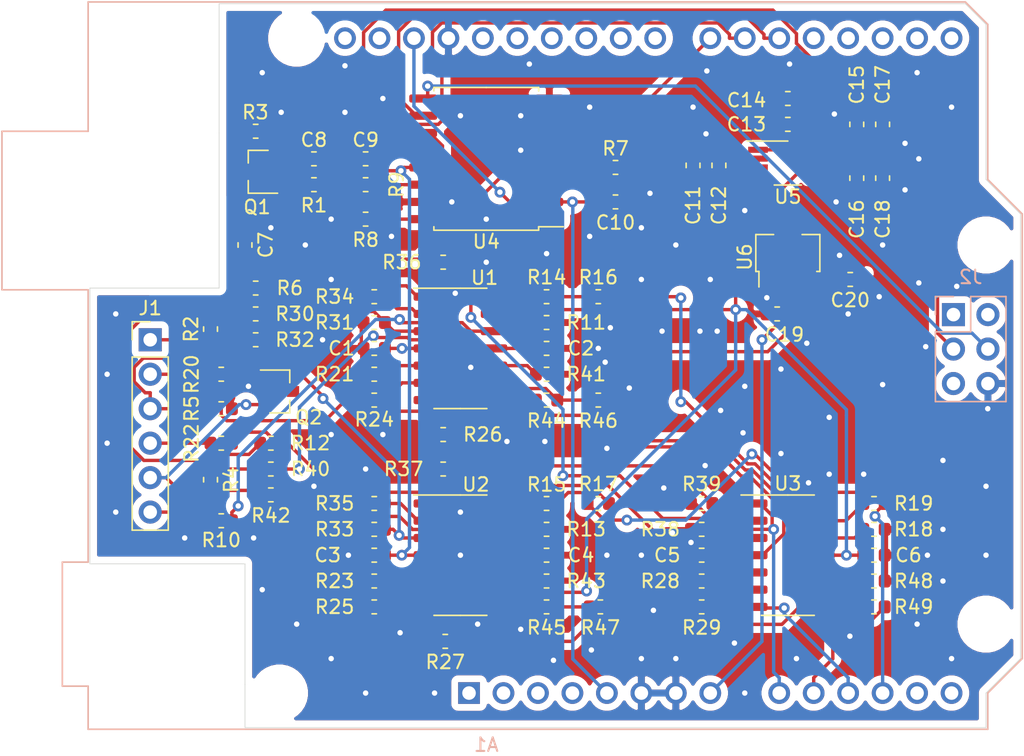
<source format=kicad_pcb>
(kicad_pcb (version 20171130) (host pcbnew "(5.1.6)-1")
  (layers (0 F.Cu signal) (31 B.Cu signal) (34 B.Paste user) (35 F.Paste user) (36 B.SilkS user) (37 F.SilkS user) (38 B.Mask user) (39 F.Mask user) (44 Edge.Cuts user))
  (net 0 "")
  (net 1 "Net-(A1-Pad16)")
  (net 2 "Net-(A1-Pad15)")
  (net 3 /AREF)
  (net 4 "Net-(A1-Pad14)")
  (net 5 GND)
  (net 6 "Net-(A1-Pad13)")
  (net 7 "Net-(A1-Pad28)")
  (net 8 /Vds)
  (net 9 "Net-(A1-Pad27)")
  (net 10 /Vgs)
  (net 11 "Net-(A1-Pad26)")
  (net 12 /Id)
  (net 13 "Net-(A1-Pad25)")
  (net 14 /Ig)
  (net 15 "Net-(A1-Pad24)")
  (net 16 "Net-(A1-Pad23)")
  (net 17 /CLR*)
  (net 18 /SYNC*)
  (net 19 +5V)
  (net 20 /LDAC*)
  (net 21 +3V3)
  (net 22 "Net-(A1-Pad19)")
  (net 23 "Net-(A1-Pad3)")
  (net 24 "Net-(A1-Pad18)")
  (net 25 "Net-(A1-Pad2)")
  (net 26 "Net-(A1-Pad17)")
  (net 27 "Net-(A1-Pad1)")
  (net 28 "Net-(A1-Pad31)")
  (net 29 "Net-(A1-Pad32)")
  (net 30 /VRg)
  (net 31 /DACVd)
  (net 32 /VdSense)
  (net 33 /Vd)
  (net 34 /VsSense)
  (net 35 /Vs)
  (net 36 /VgSense)
  (net 37 /Vg)
  (net 38 VCC)
  (net 39 /MOSI)
  (net 40 /Reset)
  (net 41 /SCK)
  (net 42 /MISO)
  (net 43 "Net-(Q1-Pad3)")
  (net 44 /VRd)
  (net 45 "Net-(Q1-Pad1)")
  (net 46 "Net-(R6-Pad1)")
  (net 47 "Net-(R7-Pad2)")
  (net 48 "Net-(R8-Pad1)")
  (net 49 "Net-(R9-Pad1)")
  (net 50 "Net-(R10-Pad1)")
  (net 51 "Net-(R12-Pad1)")
  (net 52 "Net-(R14-Pad2)")
  (net 53 "Net-(R14-Pad1)")
  (net 54 "Net-(R15-Pad2)")
  (net 55 "Net-(R15-Pad1)")
  (net 56 "Net-(R16-Pad2)")
  (net 57 "Net-(R17-Pad1)")
  (net 58 "Net-(R20-Pad1)")
  (net 59 "Net-(R22-Pad1)")
  (net 60 "Net-(R24-Pad2)")
  (net 61 "Net-(R24-Pad1)")
  (net 62 "Net-(R25-Pad2)")
  (net 63 "Net-(R25-Pad1)")
  (net 64 "Net-(R26-Pad2)")
  (net 65 "Net-(R27-Pad1)")
  (net 66 "Net-(R30-Pad1)")
  (net 67 "Net-(R32-Pad1)")
  (net 68 "Net-(R34-Pad2)")
  (net 69 "Net-(R34-Pad1)")
  (net 70 "Net-(R35-Pad2)")
  (net 71 "Net-(R35-Pad1)")
  (net 72 "Net-(R36-Pad2)")
  (net 73 "Net-(R37-Pad1)")
  (net 74 "Net-(R40-Pad1)")
  (net 75 "Net-(R42-Pad1)")
  (net 76 "Net-(R44-Pad2)")
  (net 77 "Net-(R44-Pad1)")
  (net 78 "Net-(R45-Pad2)")
  (net 79 "Net-(R45-Pad1)")
  (net 80 "Net-(R46-Pad2)")
  (net 81 "Net-(R47-Pad1)")
  (net 82 VIN)
  (net 83 VSS)
  (net 84 "Net-(C13-Pad2)")
  (net 85 "Net-(C13-Pad1)")
  (net 86 "Net-(C15-Pad1)")
  (net 87 +10V)
  (module Capacitor_SMD:C_0603_1608Metric (layer F.Cu) (at 172.085 114.3 180)
    (fp_text reference C6 (at -2.54 0) (layer F.SilkS))
    (fp_text value 0.1uF)
    (pad 2 smd roundrect (at 0.7875 0 180) (size 0.875 0.95) (layers F.Cu F.Paste F.Mask) (net 83 VSS))
    (pad 1 smd roundrect (at -0.7875 0 180) (size 0.875 0.95) (layers F.Cu F.Paste F.Mask) (net 5 GND))
  )
  (module Package_TO_SOT_SMD:SOT-23 (layer F.Cu) (at 128.27 102.235)
    (fp_text reference Q2 (at 2.159 1.905) (layer F.SilkS))
    (fp_text value BF862)
    (pad 3 smd rect (at 1 0) (size 0.9 0.8) (layers F.Cu F.Paste F.Mask) (net 37 /Vg))
    (pad 2 smd rect (at -1 0.95) (size 0.9 0.8) (layers F.Cu F.Paste F.Mask) (net 33 /Vd))
    (pad 1 smd rect (at -1 -0.95) (size 0.9 0.8) (layers F.Cu F.Paste F.Mask) (net 35 /Vs))
  )
  (module Package_TO_SOT_SMD:SOT-89-3 (layer F.Cu) (at 165.735 92.33 90)
    (fp_text reference U6 (at 0.001 -3.175 90) (layer F.SilkS))
    (fp_text value LDK320ADU120R)
    (pad 2 smd custom (at -1.5625 0 90) (size 1.475 0.9) (layers F.Cu F.Paste F.Mask) (net 82 VIN) (options (clearance outline) (anchor rect)) (primitives (gr_poly (pts (xy 0.7375 -0.8665) (xy 3.8625 -0.8665) (xy 3.8625 0.8665) (xy 0.7375 0.8665)) (width 0))))
    (pad 3 smd rect (at -1.65 1.5 90) (size 1.3 0.9) (layers F.Cu F.Paste F.Mask) (net 87 +10V))
    (pad 1 smd rect (at -1.65 -1.5 90) (size 1.3 0.9) (layers F.Cu F.Paste F.Mask) (net 5 GND))
  )
  (module Package_SO:VSSOP-8_3.0x3.0mm_P0.65mm (layer F.Cu) (at 165.735 85.4)
    (fp_text reference U5 (at 0 2.484) (layer F.SilkS))
    (fp_text value LM7705)
    (pad 8 smd rect (at 2.2 -0.975 270) (size 0.45 1.45) (layers F.Cu F.Paste F.Mask) (net 84 "Net-(C13-Pad2)"))
    (pad 7 smd rect (at 2.2 -0.325 270) (size 0.45 1.45) (layers F.Cu F.Paste F.Mask) (net 86 "Net-(C15-Pad1)"))
    (pad 6 smd rect (at 2.2 0.325 270) (size 0.45 1.45) (layers F.Cu F.Paste F.Mask) (net 83 VSS))
    (pad 5 smd rect (at 2.2 0.975 270) (size 0.45 1.45) (layers F.Cu F.Paste F.Mask) (net 5 GND))
    (pad 4 smd rect (at -2.2 0.975 270) (size 0.45 1.45) (layers F.Cu F.Paste F.Mask) (net 19 +5V))
    (pad 3 smd rect (at -2.2 0.325 270) (size 0.45 1.45) (layers F.Cu F.Paste F.Mask) (net 5 GND))
    (pad 2 smd rect (at -2.2 -0.325 270) (size 0.45 1.45) (layers F.Cu F.Paste F.Mask) (net 5 GND))
    (pad 1 smd rect (at -2.2 -0.975 270) (size 0.45 1.45) (layers F.Cu F.Paste F.Mask) (net 85 "Net-(C13-Pad1)"))
  )
  (module Capacitor_SMD:C_0603_1608Metric (layer F.Cu) (at 170.332 93.98 180)
    (fp_text reference C20 (at 0 -1.524) (layer F.SilkS))
    (fp_text value 1uF)
    (pad 2 smd roundrect (at 0.7875 0 180) (size 0.875 0.95) (layers F.Cu F.Paste F.Mask) (net 87 +10V))
    (pad 1 smd roundrect (at -0.7875 0 180) (size 0.875 0.95) (layers F.Cu F.Paste F.Mask) (net 5 GND))
  )
  (module Capacitor_SMD:C_0603_1608Metric (layer F.Cu) (at 164.948 96.52 180)
    (fp_text reference C19 (at -0.533 -1.524) (layer F.SilkS))
    (fp_text value 1uF)
    (pad 2 smd roundrect (at 0.7875 0 180) (size 0.875 0.95) (layers F.Cu F.Paste F.Mask) (net 5 GND))
    (pad 1 smd roundrect (at -0.7875 0 180) (size 0.875 0.95) (layers F.Cu F.Paste F.Mask) (net 82 VIN))
  )
  (module Capacitor_SMD:C_0603_1608Metric (layer F.Cu) (at 172.72 86.5125 270)
    (fp_text reference C18 (at 3.0225 0 90) (layer F.SilkS))
    (fp_text value 0.47uF)
    (pad 2 smd roundrect (at 0.7875 0 270) (size 0.875 0.95) (layers F.Cu F.Paste F.Mask) (net 5 GND))
    (pad 1 smd roundrect (at -0.7875 0 270) (size 0.875 0.95) (layers F.Cu F.Paste F.Mask) (net 83 VSS))
  )
  (module Capacitor_SMD:C_0603_1608Metric (layer F.Cu) (at 172.72 82.55 90)
    (fp_text reference C17 (at 2.921 0 90) (layer F.SilkS))
    (fp_text value 4.7uF)
    (pad 2 smd roundrect (at 0.7875 0 90) (size 0.875 0.95) (layers F.Cu F.Paste F.Mask) (net 5 GND))
    (pad 1 smd roundrect (at -0.7875 0 90) (size 0.875 0.95) (layers F.Cu F.Paste F.Mask) (net 86 "Net-(C15-Pad1)"))
  )
  (module Capacitor_SMD:C_0603_1608Metric (layer F.Cu) (at 170.815 86.5125 270)
    (fp_text reference C16 (at 3.0225 0 90) (layer F.SilkS))
    (fp_text value 22uF)
    (pad 2 smd roundrect (at 0.7875 0 270) (size 0.875 0.95) (layers F.Cu F.Paste F.Mask) (net 5 GND))
    (pad 1 smd roundrect (at -0.7875 0 270) (size 0.875 0.95) (layers F.Cu F.Paste F.Mask) (net 83 VSS))
  )
  (module Capacitor_SMD:C_0603_1608Metric (layer F.Cu) (at 170.815 82.55 90)
    (fp_text reference C15 (at 2.921 0 90) (layer F.SilkS))
    (fp_text value DNP)
    (pad 2 smd roundrect (at 0.7875 0 90) (size 0.875 0.95) (layers F.Cu F.Paste F.Mask) (net 5 GND))
    (pad 1 smd roundrect (at -0.7875 0 90) (size 0.875 0.95) (layers F.Cu F.Paste F.Mask) (net 86 "Net-(C15-Pad1)"))
  )
  (module Capacitor_SMD:C_0603_1608Metric (layer F.Cu) (at 165.735 80.645)
    (fp_text reference C14 (at -3.048 0.127) (layer F.SilkS))
    (fp_text value DNP)
    (pad 2 smd roundrect (at 0.7875 0) (size 0.875 0.95) (layers F.Cu F.Paste F.Mask) (net 84 "Net-(C13-Pad2)"))
    (pad 1 smd roundrect (at -0.7875 0) (size 0.875 0.95) (layers F.Cu F.Paste F.Mask) (net 85 "Net-(C13-Pad1)"))
  )
  (module Capacitor_SMD:C_0603_1608Metric (layer F.Cu) (at 165.735 82.55)
    (fp_text reference C13 (at -3.048 0) (layer F.SilkS))
    (fp_text value 4.7uF)
    (pad 2 smd roundrect (at 0.7875 0) (size 0.875 0.95) (layers F.Cu F.Paste F.Mask) (net 84 "Net-(C13-Pad2)"))
    (pad 1 smd roundrect (at -0.7875 0) (size 0.875 0.95) (layers F.Cu F.Paste F.Mask) (net 85 "Net-(C13-Pad1)"))
  )
  (module Capacitor_SMD:C_0603_1608Metric (layer F.Cu) (at 160.655 85.5725 90)
    (fp_text reference C12 (at -2.9465 0 90) (layer F.SilkS))
    (fp_text value 0.1uF)
    (pad 2 smd roundrect (at 0.7875 0 90) (size 0.875 0.95) (layers F.Cu F.Paste F.Mask) (net 5 GND))
    (pad 1 smd roundrect (at -0.7875 0 90) (size 0.875 0.95) (layers F.Cu F.Paste F.Mask) (net 19 +5V))
  )
  (module Capacitor_SMD:C_0603_1608Metric (layer F.Cu) (at 158.75 85.5725 90)
    (fp_text reference C11 (at -2.9465 0 90) (layer F.SilkS))
    (fp_text value 22uF)
    (pad 2 smd roundrect (at 0.7875 0 90) (size 0.875 0.95) (layers F.Cu F.Paste F.Mask) (net 5 GND))
    (pad 1 smd roundrect (at -0.7875 0 90) (size 0.875 0.95) (layers F.Cu F.Paste F.Mask) (net 19 +5V))
  )
  (module Module:Arduino_UNO_R3_WithMountingHoles (layer B.Cu) (at 142.24 124.46)
    (fp_text reference A1 (at 1.27 3.81 -180) (layer B.SilkS) (effects (justify mirror)))
    (fp_text value Arduino_Leonardo)
    (pad "" np_thru_hole circle (at 38.1 -5.08 270) (size 3.2 3.2) (drill 3.2) (layers *.Cu *.Mask))
    (pad "" np_thru_hole circle (at 38.1 -33.02 270) (size 3.2 3.2) (drill 3.2) (layers *.Cu *.Mask))
    (pad "" np_thru_hole circle (at -12.7 -48.26 270) (size 3.2 3.2) (drill 3.2) (layers *.Cu *.Mask))
    (pad "" np_thru_hole circle (at -13.97 0 270) (size 3.2 3.2) (drill 3.2) (layers *.Cu *.Mask))
    (pad 16 thru_hole oval (at 33.02 -48.26 270) (size 1.6 1.6) (drill 1) (layers *.Cu *.Mask) (net 1 "Net-(A1-Pad16)"))
    (pad 15 thru_hole oval (at 35.56 -48.26 270) (size 1.6 1.6) (drill 1) (layers *.Cu *.Mask) (net 2 "Net-(A1-Pad15)"))
    (pad 30 thru_hole oval (at -4.06 -48.26 270) (size 1.6 1.6) (drill 1) (layers *.Cu *.Mask) (net 3 /AREF))
    (pad 14 thru_hole oval (at 35.56 0 270) (size 1.6 1.6) (drill 1) (layers *.Cu *.Mask) (net 4 "Net-(A1-Pad14)"))
    (pad 29 thru_hole oval (at -1.52 -48.26 270) (size 1.6 1.6) (drill 1) (layers *.Cu *.Mask) (net 5 GND))
    (pad 13 thru_hole oval (at 33.02 0 270) (size 1.6 1.6) (drill 1) (layers *.Cu *.Mask) (net 6 "Net-(A1-Pad13)"))
    (pad 28 thru_hole oval (at 1.02 -48.26 270) (size 1.6 1.6) (drill 1) (layers *.Cu *.Mask) (net 7 "Net-(A1-Pad28)"))
    (pad 12 thru_hole oval (at 30.48 0 270) (size 1.6 1.6) (drill 1) (layers *.Cu *.Mask) (net 8 /Vds))
    (pad 27 thru_hole oval (at 3.56 -48.26 270) (size 1.6 1.6) (drill 1) (layers *.Cu *.Mask) (net 9 "Net-(A1-Pad27)"))
    (pad 11 thru_hole oval (at 27.94 0 270) (size 1.6 1.6) (drill 1) (layers *.Cu *.Mask) (net 10 /Vgs))
    (pad 26 thru_hole oval (at 6.1 -48.26 270) (size 1.6 1.6) (drill 1) (layers *.Cu *.Mask) (net 11 "Net-(A1-Pad26)"))
    (pad 10 thru_hole oval (at 25.4 0 270) (size 1.6 1.6) (drill 1) (layers *.Cu *.Mask) (net 12 /Id))
    (pad 25 thru_hole oval (at 8.64 -48.26 270) (size 1.6 1.6) (drill 1) (layers *.Cu *.Mask) (net 13 "Net-(A1-Pad25)"))
    (pad 9 thru_hole oval (at 22.86 0 270) (size 1.6 1.6) (drill 1) (layers *.Cu *.Mask) (net 14 /Ig))
    (pad 24 thru_hole oval (at 11.18 -48.26 270) (size 1.6 1.6) (drill 1) (layers *.Cu *.Mask) (net 15 "Net-(A1-Pad24)"))
    (pad 8 thru_hole oval (at 17.78 0 270) (size 1.6 1.6) (drill 1) (layers *.Cu *.Mask) (net 82 VIN))
    (pad 23 thru_hole oval (at 13.72 -48.26 270) (size 1.6 1.6) (drill 1) (layers *.Cu *.Mask) (net 16 "Net-(A1-Pad23)"))
    (pad 7 thru_hole oval (at 15.24 0 270) (size 1.6 1.6) (drill 1) (layers *.Cu *.Mask) (net 5 GND))
    (pad 22 thru_hole oval (at 17.78 -48.26 270) (size 1.6 1.6) (drill 1) (layers *.Cu *.Mask) (net 17 /CLR*))
    (pad 6 thru_hole oval (at 12.7 0 270) (size 1.6 1.6) (drill 1) (layers *.Cu *.Mask) (net 5 GND))
    (pad 21 thru_hole oval (at 20.32 -48.26 270) (size 1.6 1.6) (drill 1) (layers *.Cu *.Mask) (net 18 /SYNC*))
    (pad 5 thru_hole oval (at 10.16 0 270) (size 1.6 1.6) (drill 1) (layers *.Cu *.Mask) (net 19 +5V))
    (pad 20 thru_hole oval (at 22.86 -48.26 270) (size 1.6 1.6) (drill 1) (layers *.Cu *.Mask) (net 20 /LDAC*))
    (pad 4 thru_hole oval (at 7.62 0 270) (size 1.6 1.6) (drill 1) (layers *.Cu *.Mask) (net 21 +3V3))
    (pad 19 thru_hole oval (at 25.4 -48.26 270) (size 1.6 1.6) (drill 1) (layers *.Cu *.Mask) (net 22 "Net-(A1-Pad19)"))
    (pad 3 thru_hole oval (at 5.08 0 270) (size 1.6 1.6) (drill 1) (layers *.Cu *.Mask) (net 23 "Net-(A1-Pad3)"))
    (pad 18 thru_hole oval (at 27.94 -48.26 270) (size 1.6 1.6) (drill 1) (layers *.Cu *.Mask) (net 24 "Net-(A1-Pad18)"))
    (pad 2 thru_hole oval (at 2.54 0 270) (size 1.6 1.6) (drill 1) (layers *.Cu *.Mask) (net 25 "Net-(A1-Pad2)"))
    (pad 17 thru_hole oval (at 30.48 -48.26 270) (size 1.6 1.6) (drill 1) (layers *.Cu *.Mask) (net 26 "Net-(A1-Pad17)"))
    (pad 1 thru_hole rect (at 0 0 270) (size 1.6 1.6) (drill 1) (layers *.Cu *.Mask) (net 27 "Net-(A1-Pad1)"))
    (pad 31 thru_hole oval (at -6.6 -48.26 270) (size 1.6 1.6) (drill 1) (layers *.Cu *.Mask) (net 28 "Net-(A1-Pad31)"))
    (pad 32 thru_hole oval (at -9.14 -48.26 270) (size 1.6 1.6) (drill 1) (layers *.Cu *.Mask) (net 29 "Net-(A1-Pad32)"))
  )
  (module Capacitor_SMD:C_0603_1608Metric (layer F.Cu) (at 153.035 88.265)
    (fp_text reference C10 (at 0 1.524) (layer F.SilkS))
    (fp_text value 0.1uF)
    (pad 2 smd roundrect (at 0.7875 0) (size 0.875 0.95) (layers F.Cu F.Paste F.Mask) (net 5 GND))
    (pad 1 smd roundrect (at -0.7875 0) (size 0.875 0.95) (layers F.Cu F.Paste F.Mask) (net 19 +5V))
  )
  (module Connector_PinSocket_2.54mm:PinSocket_2x03_P2.54mm_Vertical (layer B.Cu) (at 177.94 96.57 180)
    (fp_text reference J2 (at -1.27 2.77) (layer B.SilkS) (effects (justify mirror)))
    (fp_text value Conn_02x03_Counter_Clockwise)
    (pad 6 thru_hole oval (at -2.54 -5.08 180) (size 1.7 1.7) (drill 1) (layers *.Cu *.Mask) (net 5 GND))
    (pad 5 thru_hole oval (at 0 -5.08 180) (size 1.7 1.7) (drill 1) (layers *.Cu *.Mask) (net 40 /Reset))
    (pad 4 thru_hole oval (at -2.54 -2.54 180) (size 1.7 1.7) (drill 1) (layers *.Cu *.Mask) (net 39 /MOSI))
    (pad 3 thru_hole oval (at 0 -2.54 180) (size 1.7 1.7) (drill 1) (layers *.Cu *.Mask) (net 41 /SCK))
    (pad 2 thru_hole oval (at -2.54 0 180) (size 1.7 1.7) (drill 1) (layers *.Cu *.Mask) (net 38 VCC))
    (pad 1 thru_hole rect (at 0 0 180) (size 1.7 1.7) (drill 1) (layers *.Cu *.Mask) (net 42 /MISO))
  )
  (module Package_SO:SOIC-16W_7.5x10.3mm_P1.27mm (layer F.Cu) (at 143.51 85.09 180)
    (fp_text reference U4 (at 0 -6.1) (layer F.SilkS))
    (fp_text value AD7249ARZ)
    (pad 16 smd roundrect (at 4.65 -4.445 180) (size 2.05 0.6) (layers F.Cu F.Paste F.Mask) (net 48 "Net-(R8-Pad1)"))
    (pad 15 smd roundrect (at 4.65 -3.175 180) (size 2.05 0.6) (layers F.Cu F.Paste F.Mask) (net 5 GND))
    (pad 14 smd roundrect (at 4.65 -1.905 180) (size 2.05 0.6) (layers F.Cu F.Paste F.Mask) (net 49 "Net-(R9-Pad1)"))
    (pad 13 smd roundrect (at 4.65 -0.635 180) (size 2.05 0.6) (layers F.Cu F.Paste F.Mask) (net 87 +10V))
    (pad 12 smd roundrect (at 4.65 0.635 180) (size 2.05 0.6) (layers F.Cu F.Paste F.Mask) (net 18 /SYNC*))
    (pad 11 smd roundrect (at 4.65 1.905 180) (size 2.05 0.6) (layers F.Cu F.Paste F.Mask) (net 41 /SCK))
    (pad 10 smd roundrect (at 4.65 3.175 180) (size 2.05 0.6) (layers F.Cu F.Paste F.Mask) (net 20 /LDAC*))
    (pad 9 smd roundrect (at 4.65 4.445 180) (size 2.05 0.6) (layers F.Cu F.Paste F.Mask) (net 39 /MOSI))
    (pad 8 smd roundrect (at -4.65 4.445 180) (size 2.05 0.6) (layers F.Cu F.Paste F.Mask) (net 5 GND))
    (pad 7 smd roundrect (at -4.65 3.175 180) (size 2.05 0.6) (layers F.Cu F.Paste F.Mask) (net 5 GND))
    (pad 6 smd roundrect (at -4.65 1.905 180) (size 2.05 0.6) (layers F.Cu F.Paste F.Mask) (net 17 /CLR*))
    (pad 5 smd roundrect (at -4.65 0.635 180) (size 2.05 0.6) (layers F.Cu F.Paste F.Mask) (net 5 GND))
    (pad 4 smd roundrect (at -4.65 -0.635 180) (size 2.05 0.6) (layers F.Cu F.Paste F.Mask) (net 46 "Net-(R6-Pad1)"))
    (pad 3 smd roundrect (at -4.65 -1.905 180) (size 2.05 0.6) (layers F.Cu F.Paste F.Mask) (net 47 "Net-(R7-Pad2)"))
    (pad 2 smd roundrect (at -4.65 -3.175 180) (size 2.05 0.6) (layers F.Cu F.Paste F.Mask) (net 19 +5V))
    (pad 1 smd roundrect (at -4.65 -4.445 180) (size 2.05 0.6) (layers F.Cu F.Paste F.Mask) (net 3 /AREF))
  )
  (module Package_SO:SOIC-14_3.9x8.7mm_P1.27mm (layer F.Cu) (at 165.735 114.3)
    (fp_text reference U3 (at 0 -5.28) (layer F.SilkS))
    (fp_text value LM324)
    (pad 14 smd roundrect (at 2.475 -3.81) (size 1.95 0.6) (layers F.Cu F.Paste F.Mask) (net 8 /Vds))
    (pad 13 smd roundrect (at 2.475 -2.54) (size 1.95 0.6) (layers F.Cu F.Paste F.Mask) (net 57 "Net-(R17-Pad1)"))
    (pad 12 smd roundrect (at 2.475 -1.27) (size 1.95 0.6) (layers F.Cu F.Paste F.Mask) (net 56 "Net-(R16-Pad2)"))
    (pad 11 smd roundrect (at 2.475 0) (size 1.95 0.6) (layers F.Cu F.Paste F.Mask) (net 83 VSS))
    (pad 10 smd roundrect (at 2.475 1.27) (size 1.95 0.6) (layers F.Cu F.Paste F.Mask) (net 80 "Net-(R46-Pad2)"))
    (pad 9 smd roundrect (at 2.475 2.54) (size 1.95 0.6) (layers F.Cu F.Paste F.Mask) (net 81 "Net-(R47-Pad1)"))
    (pad 8 smd roundrect (at 2.475 3.81) (size 1.95 0.6) (layers F.Cu F.Paste F.Mask) (net 12 /Id))
    (pad 7 smd roundrect (at -2.475 3.81) (size 1.95 0.6) (layers F.Cu F.Paste F.Mask) (net 10 /Vgs))
    (pad 6 smd roundrect (at -2.475 2.54) (size 1.95 0.6) (layers F.Cu F.Paste F.Mask) (net 65 "Net-(R27-Pad1)"))
    (pad 5 smd roundrect (at -2.475 1.27) (size 1.95 0.6) (layers F.Cu F.Paste F.Mask) (net 64 "Net-(R26-Pad2)"))
    (pad 4 smd roundrect (at -2.475 0) (size 1.95 0.6) (layers F.Cu F.Paste F.Mask) (net 87 +10V))
    (pad 3 smd roundrect (at -2.475 -1.27) (size 1.95 0.6) (layers F.Cu F.Paste F.Mask) (net 72 "Net-(R36-Pad2)"))
    (pad 2 smd roundrect (at -2.475 -2.54) (size 1.95 0.6) (layers F.Cu F.Paste F.Mask) (net 73 "Net-(R37-Pad1)"))
    (pad 1 smd roundrect (at -2.475 -3.81) (size 1.95 0.6) (layers F.Cu F.Paste F.Mask) (net 14 /Ig))
  )
  (module Package_SO:SOIC-14_3.9x8.7mm_P1.27mm (layer F.Cu) (at 141.605 114.3)
    (fp_text reference U2 (at 1.143 -5.207) (layer F.SilkS))
    (fp_text value LMC6044)
    (pad 14 smd roundrect (at 2.475 -3.81) (size 1.95 0.6) (layers F.Cu F.Paste F.Mask) (net 55 "Net-(R15-Pad1)"))
    (pad 13 smd roundrect (at 2.475 -2.54) (size 1.95 0.6) (layers F.Cu F.Paste F.Mask) (net 54 "Net-(R15-Pad2)"))
    (pad 12 smd roundrect (at 2.475 -1.27) (size 1.95 0.6) (layers F.Cu F.Paste F.Mask) (net 51 "Net-(R12-Pad1)"))
    (pad 11 smd roundrect (at 2.475 0) (size 1.95 0.6) (layers F.Cu F.Paste F.Mask) (net 83 VSS))
    (pad 10 smd roundrect (at 2.475 1.27) (size 1.95 0.6) (layers F.Cu F.Paste F.Mask) (net 75 "Net-(R42-Pad1)"))
    (pad 9 smd roundrect (at 2.475 2.54) (size 1.95 0.6) (layers F.Cu F.Paste F.Mask) (net 78 "Net-(R45-Pad2)"))
    (pad 8 smd roundrect (at 2.475 3.81) (size 1.95 0.6) (layers F.Cu F.Paste F.Mask) (net 79 "Net-(R45-Pad1)"))
    (pad 7 smd roundrect (at -2.475 3.81) (size 1.95 0.6) (layers F.Cu F.Paste F.Mask) (net 63 "Net-(R25-Pad1)"))
    (pad 6 smd roundrect (at -2.475 2.54) (size 1.95 0.6) (layers F.Cu F.Paste F.Mask) (net 62 "Net-(R25-Pad2)"))
    (pad 5 smd roundrect (at -2.475 1.27) (size 1.95 0.6) (layers F.Cu F.Paste F.Mask) (net 59 "Net-(R22-Pad1)"))
    (pad 4 smd roundrect (at -2.475 0) (size 1.95 0.6) (layers F.Cu F.Paste F.Mask) (net 87 +10V))
    (pad 3 smd roundrect (at -2.475 -1.27) (size 1.95 0.6) (layers F.Cu F.Paste F.Mask) (net 67 "Net-(R32-Pad1)"))
    (pad 2 smd roundrect (at -2.475 -2.54) (size 1.95 0.6) (layers F.Cu F.Paste F.Mask) (net 70 "Net-(R35-Pad2)"))
    (pad 1 smd roundrect (at -2.475 -3.81) (size 1.95 0.6) (layers F.Cu F.Paste F.Mask) (net 71 "Net-(R35-Pad1)"))
  )
  (module Package_SO:SOIC-14_3.9x8.7mm_P1.27mm (layer F.Cu) (at 141.605 99.06)
    (fp_text reference U1 (at 1.778 -5.207) (layer F.SilkS))
    (fp_text value LMC6044)
    (pad 14 smd roundrect (at 2.475 -3.81) (size 1.95 0.6) (layers F.Cu F.Paste F.Mask) (net 52 "Net-(R14-Pad2)"))
    (pad 13 smd roundrect (at 2.475 -2.54) (size 1.95 0.6) (layers F.Cu F.Paste F.Mask) (net 53 "Net-(R14-Pad1)"))
    (pad 12 smd roundrect (at 2.475 -1.27) (size 1.95 0.6) (layers F.Cu F.Paste F.Mask) (net 50 "Net-(R10-Pad1)"))
    (pad 11 smd roundrect (at 2.475 0) (size 1.95 0.6) (layers F.Cu F.Paste F.Mask) (net 83 VSS))
    (pad 10 smd roundrect (at 2.475 1.27) (size 1.95 0.6) (layers F.Cu F.Paste F.Mask) (net 74 "Net-(R40-Pad1)"))
    (pad 9 smd roundrect (at 2.475 2.54) (size 1.95 0.6) (layers F.Cu F.Paste F.Mask) (net 77 "Net-(R44-Pad1)"))
    (pad 8 smd roundrect (at 2.475 3.81) (size 1.95 0.6) (layers F.Cu F.Paste F.Mask) (net 76 "Net-(R44-Pad2)"))
    (pad 7 smd roundrect (at -2.475 3.81) (size 1.95 0.6) (layers F.Cu F.Paste F.Mask) (net 60 "Net-(R24-Pad2)"))
    (pad 6 smd roundrect (at -2.475 2.54) (size 1.95 0.6) (layers F.Cu F.Paste F.Mask) (net 61 "Net-(R24-Pad1)"))
    (pad 5 smd roundrect (at -2.475 1.27) (size 1.95 0.6) (layers F.Cu F.Paste F.Mask) (net 58 "Net-(R20-Pad1)"))
    (pad 4 smd roundrect (at -2.475 0) (size 1.95 0.6) (layers F.Cu F.Paste F.Mask) (net 87 +10V))
    (pad 3 smd roundrect (at -2.475 -1.27) (size 1.95 0.6) (layers F.Cu F.Paste F.Mask) (net 66 "Net-(R30-Pad1)"))
    (pad 2 smd roundrect (at -2.475 -2.54) (size 1.95 0.6) (layers F.Cu F.Paste F.Mask) (net 69 "Net-(R34-Pad1)"))
    (pad 1 smd roundrect (at -2.475 -3.81) (size 1.95 0.6) (layers F.Cu F.Paste F.Mask) (net 68 "Net-(R34-Pad2)"))
  )
  (module Resistor_SMD:R_0603_1608Metric (layer F.Cu) (at 172.085 118.11 180)
    (fp_text reference R49 (at -2.921 0) (layer F.SilkS))
    (fp_text value 100k)
    (pad 2 smd roundrect (at 0.7875 0 180) (size 0.875 0.95) (layers F.Cu F.Paste F.Mask) (net 81 "Net-(R47-Pad1)"))
    (pad 1 smd roundrect (at -0.7875 0 180) (size 0.875 0.95) (layers F.Cu F.Paste F.Mask) (net 12 /Id))
  )
  (module Resistor_SMD:R_0603_1608Metric (layer F.Cu) (at 172.085 116.205)
    (fp_text reference R48 (at 2.921 0) (layer F.SilkS))
    (fp_text value 100k)
    (pad 2 smd roundrect (at 0.7875 0) (size 0.875 0.95) (layers F.Cu F.Paste F.Mask) (net 5 GND))
    (pad 1 smd roundrect (at -0.7875 0) (size 0.875 0.95) (layers F.Cu F.Paste F.Mask) (net 80 "Net-(R46-Pad2)"))
  )
  (module Resistor_SMD:R_0603_1608Metric (layer F.Cu) (at 151.918 118.11 180)
    (fp_text reference R47 (at 0 -1.524) (layer F.SilkS))
    (fp_text value 100k)
    (pad 2 smd roundrect (at 0.7875 0 180) (size 0.875 0.95) (layers F.Cu F.Paste F.Mask) (net 79 "Net-(R45-Pad1)"))
    (pad 1 smd roundrect (at -0.7875 0 180) (size 0.875 0.95) (layers F.Cu F.Paste F.Mask) (net 81 "Net-(R47-Pad1)"))
  )
  (module Resistor_SMD:R_0603_1608Metric (layer F.Cu) (at 151.765 102.87)
    (fp_text reference R46 (at 0 1.524) (layer F.SilkS))
    (fp_text value 100k)
    (pad 2 smd roundrect (at 0.7875 0) (size 0.875 0.95) (layers F.Cu F.Paste F.Mask) (net 80 "Net-(R46-Pad2)"))
    (pad 1 smd roundrect (at -0.7875 0) (size 0.875 0.95) (layers F.Cu F.Paste F.Mask) (net 76 "Net-(R44-Pad2)"))
  )
  (module Resistor_SMD:R_0603_1608Metric (layer F.Cu) (at 147.955 118.11 180)
    (fp_text reference R45 (at 0 -1.524) (layer F.SilkS))
    (fp_text value 100k)
    (pad 2 smd roundrect (at 0.7875 0 180) (size 0.875 0.95) (layers F.Cu F.Paste F.Mask) (net 78 "Net-(R45-Pad2)"))
    (pad 1 smd roundrect (at -0.7875 0 180) (size 0.875 0.95) (layers F.Cu F.Paste F.Mask) (net 79 "Net-(R45-Pad1)"))
  )
  (module Resistor_SMD:R_0603_1608Metric (layer F.Cu) (at 147.955 102.87)
    (fp_text reference R44 (at 0 1.524) (layer F.SilkS))
    (fp_text value 100k)
    (pad 2 smd roundrect (at 0.7875 0) (size 0.875 0.95) (layers F.Cu F.Paste F.Mask) (net 76 "Net-(R44-Pad2)"))
    (pad 1 smd roundrect (at -0.7875 0) (size 0.875 0.95) (layers F.Cu F.Paste F.Mask) (net 77 "Net-(R44-Pad1)"))
  )
  (module Resistor_SMD:R_0603_1608Metric (layer F.Cu) (at 147.955 116.205 180)
    (fp_text reference R43 (at -2.921 0) (layer F.SilkS))
    (fp_text value DNP)
    (pad 2 smd roundrect (at 0.7875 0 180) (size 0.875 0.95) (layers F.Cu F.Paste F.Mask) (net 75 "Net-(R42-Pad1)"))
    (pad 1 smd roundrect (at -0.7875 0 180) (size 0.875 0.95) (layers F.Cu F.Paste F.Mask) (net 5 GND))
  )
  (module Resistor_SMD:R_0603_1608Metric (layer F.Cu) (at 127.635 109.855 180)
    (fp_text reference R42 (at 0 -1.524) (layer F.SilkS))
    (fp_text value 100k)
    (pad 2 smd roundrect (at 0.7875 0 180) (size 0.875 0.95) (layers F.Cu F.Paste F.Mask) (net 33 /Vd))
    (pad 1 smd roundrect (at -0.7875 0 180) (size 0.875 0.95) (layers F.Cu F.Paste F.Mask) (net 75 "Net-(R42-Pad1)"))
  )
  (module Resistor_SMD:R_0603_1608Metric (layer F.Cu) (at 147.955 100.965 180)
    (fp_text reference R41 (at -2.921 0) (layer F.SilkS))
    (fp_text value DNP)
    (pad 2 smd roundrect (at 0.7875 0 180) (size 0.875 0.95) (layers F.Cu F.Paste F.Mask) (net 74 "Net-(R40-Pad1)"))
    (pad 1 smd roundrect (at -0.7875 0 180) (size 0.875 0.95) (layers F.Cu F.Paste F.Mask) (net 5 GND))
  )
  (module Resistor_SMD:R_0603_1608Metric (layer F.Cu) (at 127.635 107.95 180)
    (fp_text reference R40 (at -2.921 0) (layer F.SilkS))
    (fp_text value 100k)
    (pad 2 smd roundrect (at 0.7875 0 180) (size 0.875 0.95) (layers F.Cu F.Paste F.Mask) (net 44 /VRd))
    (pad 1 smd roundrect (at -0.7875 0 180) (size 0.875 0.95) (layers F.Cu F.Paste F.Mask) (net 74 "Net-(R40-Pad1)"))
  )
  (module Resistor_SMD:R_0603_1608Metric (layer F.Cu) (at 159.385 110.49)
    (fp_text reference R39 (at 0 -1.43) (layer F.SilkS))
    (fp_text value 100k)
    (pad 2 smd roundrect (at 0.7875 0) (size 0.875 0.95) (layers F.Cu F.Paste F.Mask) (net 73 "Net-(R37-Pad1)"))
    (pad 1 smd roundrect (at -0.7875 0) (size 0.875 0.95) (layers F.Cu F.Paste F.Mask) (net 14 /Ig))
  )
  (module Resistor_SMD:R_0603_1608Metric (layer F.Cu) (at 159.385 112.395 180)
    (fp_text reference R38 (at 3.048 0) (layer F.SilkS))
    (fp_text value 100k)
    (pad 2 smd roundrect (at 0.7875 0 180) (size 0.875 0.95) (layers F.Cu F.Paste F.Mask) (net 5 GND))
    (pad 1 smd roundrect (at -0.7875 0 180) (size 0.875 0.95) (layers F.Cu F.Paste F.Mask) (net 72 "Net-(R36-Pad2)"))
  )
  (module Resistor_SMD:R_0603_1608Metric (layer F.Cu) (at 140.335 107.95 180)
    (fp_text reference R37 (at 2.921 0) (layer F.SilkS))
    (fp_text value 100k)
    (pad 2 smd roundrect (at 0.7875 0 180) (size 0.875 0.95) (layers F.Cu F.Paste F.Mask) (net 71 "Net-(R35-Pad1)"))
    (pad 1 smd roundrect (at -0.7875 0 180) (size 0.875 0.95) (layers F.Cu F.Paste F.Mask) (net 73 "Net-(R37-Pad1)"))
  )
  (module Resistor_SMD:R_0603_1608Metric (layer F.Cu) (at 140.335 92.71)
    (fp_text reference R36 (at -3.048 0) (layer F.SilkS))
    (fp_text value 100k)
    (pad 2 smd roundrect (at 0.7875 0) (size 0.875 0.95) (layers F.Cu F.Paste F.Mask) (net 72 "Net-(R36-Pad2)"))
    (pad 1 smd roundrect (at -0.7875 0) (size 0.875 0.95) (layers F.Cu F.Paste F.Mask) (net 68 "Net-(R34-Pad2)"))
  )
  (module Resistor_SMD:R_0603_1608Metric (layer F.Cu) (at 135.255 110.49)
    (fp_text reference R35 (at -2.921 0) (layer F.SilkS))
    (fp_text value 100k)
    (pad 2 smd roundrect (at 0.7875 0) (size 0.875 0.95) (layers F.Cu F.Paste F.Mask) (net 70 "Net-(R35-Pad2)"))
    (pad 1 smd roundrect (at -0.7875 0) (size 0.875 0.95) (layers F.Cu F.Paste F.Mask) (net 71 "Net-(R35-Pad1)"))
  )
  (module Resistor_SMD:R_0603_1608Metric (layer F.Cu) (at 135.255 95.25 180)
    (fp_text reference R34 (at 2.921 0) (layer F.SilkS))
    (fp_text value 100k)
    (pad 2 smd roundrect (at 0.7875 0 180) (size 0.875 0.95) (layers F.Cu F.Paste F.Mask) (net 68 "Net-(R34-Pad2)"))
    (pad 1 smd roundrect (at -0.7875 0 180) (size 0.875 0.95) (layers F.Cu F.Paste F.Mask) (net 69 "Net-(R34-Pad1)"))
  )
  (module Resistor_SMD:R_0603_1608Metric (layer F.Cu) (at 135.255 112.395)
    (fp_text reference R33 (at -2.921 0) (layer F.SilkS))
    (fp_text value DNP)
    (pad 2 smd roundrect (at 0.7875 0) (size 0.875 0.95) (layers F.Cu F.Paste F.Mask) (net 67 "Net-(R32-Pad1)"))
    (pad 1 smd roundrect (at -0.7875 0) (size 0.875 0.95) (layers F.Cu F.Paste F.Mask) (net 5 GND))
  )
  (module Resistor_SMD:R_0603_1608Metric (layer F.Cu) (at 126.518 98.425 180)
    (fp_text reference R32 (at -2.8955 0) (layer F.SilkS))
    (fp_text value 100k)
    (pad 2 smd roundrect (at 0.7875 0 180) (size 0.875 0.95) (layers F.Cu F.Paste F.Mask) (net 37 /Vg))
    (pad 1 smd roundrect (at -0.7875 0 180) (size 0.875 0.95) (layers F.Cu F.Paste F.Mask) (net 67 "Net-(R32-Pad1)"))
  )
  (module Resistor_SMD:R_0603_1608Metric (layer F.Cu) (at 135.255 97.155)
    (fp_text reference R31 (at -2.921 0) (layer F.SilkS))
    (fp_text value DNP)
    (pad 2 smd roundrect (at 0.7875 0) (size 0.875 0.95) (layers F.Cu F.Paste F.Mask) (net 66 "Net-(R30-Pad1)"))
    (pad 1 smd roundrect (at -0.7875 0) (size 0.875 0.95) (layers F.Cu F.Paste F.Mask) (net 5 GND))
  )
  (module Resistor_SMD:R_0603_1608Metric (layer F.Cu) (at 126.518 96.52 180)
    (fp_text reference R30 (at -2.8955 0) (layer F.SilkS))
    (fp_text value 100k)
    (pad 2 smd roundrect (at 0.7875 0 180) (size 0.875 0.95) (layers F.Cu F.Paste F.Mask) (net 30 /VRg))
    (pad 1 smd roundrect (at -0.7875 0 180) (size 0.875 0.95) (layers F.Cu F.Paste F.Mask) (net 66 "Net-(R30-Pad1)"))
  )
  (module Resistor_SMD:R_0603_1608Metric (layer F.Cu) (at 159.385 118.11)
    (fp_text reference R29 (at 0 1.524) (layer F.SilkS))
    (fp_text value 100k)
    (pad 2 smd roundrect (at 0.7875 0) (size 0.875 0.95) (layers F.Cu F.Paste F.Mask) (net 65 "Net-(R27-Pad1)"))
    (pad 1 smd roundrect (at -0.7875 0) (size 0.875 0.95) (layers F.Cu F.Paste F.Mask) (net 10 /Vgs))
  )
  (module Resistor_SMD:R_0603_1608Metric (layer F.Cu) (at 159.385 116.205 180)
    (fp_text reference R28 (at 3.048 0) (layer F.SilkS))
    (fp_text value 100k)
    (pad 2 smd roundrect (at 0.7875 0 180) (size 0.875 0.95) (layers F.Cu F.Paste F.Mask) (net 5 GND))
    (pad 1 smd roundrect (at -0.7875 0 180) (size 0.875 0.95) (layers F.Cu F.Paste F.Mask) (net 64 "Net-(R26-Pad2)"))
  )
  (module Resistor_SMD:R_0603_1608Metric (layer F.Cu) (at 140.488 120.65 180)
    (fp_text reference R27 (at 0 -1.524) (layer F.SilkS))
    (fp_text value 200k)
    (pad 2 smd roundrect (at 0.7875 0 180) (size 0.875 0.95) (layers F.Cu F.Paste F.Mask) (net 63 "Net-(R25-Pad1)"))
    (pad 1 smd roundrect (at -0.7875 0 180) (size 0.875 0.95) (layers F.Cu F.Paste F.Mask) (net 65 "Net-(R27-Pad1)"))
  )
  (module Resistor_SMD:R_0603_1608Metric (layer F.Cu) (at 140.335 105.41)
    (fp_text reference R26 (at 2.921 0) (layer F.SilkS))
    (fp_text value 200k)
    (pad 2 smd roundrect (at 0.7875 0) (size 0.875 0.95) (layers F.Cu F.Paste F.Mask) (net 64 "Net-(R26-Pad2)"))
    (pad 1 smd roundrect (at -0.7875 0) (size 0.875 0.95) (layers F.Cu F.Paste F.Mask) (net 60 "Net-(R24-Pad2)"))
  )
  (module Resistor_SMD:R_0603_1608Metric (layer F.Cu) (at 135.255 118.11)
    (fp_text reference R25 (at -2.921 0) (layer F.SilkS))
    (fp_text value 100k)
    (pad 2 smd roundrect (at 0.7875 0) (size 0.875 0.95) (layers F.Cu F.Paste F.Mask) (net 62 "Net-(R25-Pad2)"))
    (pad 1 smd roundrect (at -0.7875 0) (size 0.875 0.95) (layers F.Cu F.Paste F.Mask) (net 63 "Net-(R25-Pad1)"))
  )
  (module Resistor_SMD:R_0603_1608Metric (layer F.Cu) (at 135.255 102.87 180)
    (fp_text reference R24 (at 0 -1.43) (layer F.SilkS))
    (fp_text value 100k)
    (pad 2 smd roundrect (at 0.7875 0 180) (size 0.875 0.95) (layers F.Cu F.Paste F.Mask) (net 60 "Net-(R24-Pad2)"))
    (pad 1 smd roundrect (at -0.7875 0 180) (size 0.875 0.95) (layers F.Cu F.Paste F.Mask) (net 61 "Net-(R24-Pad1)"))
  )
  (module Resistor_SMD:R_0603_1608Metric (layer F.Cu) (at 135.255 116.205)
    (fp_text reference R23 (at -2.921 0) (layer F.SilkS))
    (fp_text value DNP)
    (pad 2 smd roundrect (at 0.7875 0) (size 0.875 0.95) (layers F.Cu F.Paste F.Mask) (net 59 "Net-(R22-Pad1)"))
    (pad 1 smd roundrect (at -0.7875 0) (size 0.875 0.95) (layers F.Cu F.Paste F.Mask) (net 5 GND))
  )
  (module Resistor_SMD:R_0603_1608Metric (layer F.Cu) (at 123.978 106.045 180)
    (fp_text reference R22 (at 2.1845 0 90) (layer F.SilkS))
    (fp_text value 100k)
    (pad 2 smd roundrect (at 0.7875 0 180) (size 0.875 0.95) (layers F.Cu F.Paste F.Mask) (net 34 /VsSense))
    (pad 1 smd roundrect (at -0.7875 0 180) (size 0.875 0.95) (layers F.Cu F.Paste F.Mask) (net 59 "Net-(R22-Pad1)"))
  )
  (module Resistor_SMD:R_0603_1608Metric (layer F.Cu) (at 135.255 100.965)
    (fp_text reference R21 (at -2.921 0) (layer F.SilkS))
    (fp_text value DNP)
    (pad 2 smd roundrect (at 0.7875 0) (size 0.875 0.95) (layers F.Cu F.Paste F.Mask) (net 58 "Net-(R20-Pad1)"))
    (pad 1 smd roundrect (at -0.7875 0) (size 0.875 0.95) (layers F.Cu F.Paste F.Mask) (net 5 GND))
  )
  (module Resistor_SMD:R_0603_1608Metric (layer F.Cu) (at 123.978 100.965 180)
    (fp_text reference R20 (at 2.1845 0 90) (layer F.SilkS))
    (fp_text value 100k)
    (pad 2 smd roundrect (at 0.7875 0 180) (size 0.875 0.95) (layers F.Cu F.Paste F.Mask) (net 36 /VgSense))
    (pad 1 smd roundrect (at -0.7875 0 180) (size 0.875 0.95) (layers F.Cu F.Paste F.Mask) (net 58 "Net-(R20-Pad1)"))
  )
  (module Resistor_SMD:R_0603_1608Metric (layer F.Cu) (at 172.085 110.49 180)
    (fp_text reference R19 (at -2.921 0) (layer F.SilkS))
    (fp_text value 100k)
    (pad 2 smd roundrect (at 0.7875 0 180) (size 0.875 0.95) (layers F.Cu F.Paste F.Mask) (net 57 "Net-(R17-Pad1)"))
    (pad 1 smd roundrect (at -0.7875 0 180) (size 0.875 0.95) (layers F.Cu F.Paste F.Mask) (net 8 /Vds))
  )
  (module Resistor_SMD:R_0603_1608Metric (layer F.Cu) (at 172.085 112.395)
    (fp_text reference R18 (at 2.921 0) (layer F.SilkS))
    (fp_text value 100k)
    (pad 2 smd roundrect (at 0.7875 0) (size 0.875 0.95) (layers F.Cu F.Paste F.Mask) (net 5 GND))
    (pad 1 smd roundrect (at -0.7875 0) (size 0.875 0.95) (layers F.Cu F.Paste F.Mask) (net 56 "Net-(R16-Pad2)"))
  )
  (module Resistor_SMD:R_0603_1608Metric (layer F.Cu) (at 151.765 110.49)
    (fp_text reference R17 (at 0 -1.43) (layer F.SilkS))
    (fp_text value 100k)
    (pad 2 smd roundrect (at 0.7875 0) (size 0.875 0.95) (layers F.Cu F.Paste F.Mask) (net 55 "Net-(R15-Pad1)"))
    (pad 1 smd roundrect (at -0.7875 0) (size 0.875 0.95) (layers F.Cu F.Paste F.Mask) (net 57 "Net-(R17-Pad1)"))
  )
  (module Resistor_SMD:R_0603_1608Metric (layer F.Cu) (at 151.765 95.25)
    (fp_text reference R16 (at 0 -1.43) (layer F.SilkS))
    (fp_text value 100k)
    (pad 2 smd roundrect (at 0.7875 0) (size 0.875 0.95) (layers F.Cu F.Paste F.Mask) (net 56 "Net-(R16-Pad2)"))
    (pad 1 smd roundrect (at -0.7875 0) (size 0.875 0.95) (layers F.Cu F.Paste F.Mask) (net 52 "Net-(R14-Pad2)"))
  )
  (module Resistor_SMD:R_0603_1608Metric (layer F.Cu) (at 147.955 110.49 180)
    (fp_text reference R15 (at 0 1.397) (layer F.SilkS))
    (fp_text value 100k)
    (pad 2 smd roundrect (at 0.7875 0 180) (size 0.875 0.95) (layers F.Cu F.Paste F.Mask) (net 54 "Net-(R15-Pad2)"))
    (pad 1 smd roundrect (at -0.7875 0 180) (size 0.875 0.95) (layers F.Cu F.Paste F.Mask) (net 55 "Net-(R15-Pad1)"))
  )
  (module Resistor_SMD:R_0603_1608Metric (layer F.Cu) (at 147.955 95.25)
    (fp_text reference R14 (at 0 -1.43) (layer F.SilkS))
    (fp_text value 100k)
    (pad 2 smd roundrect (at 0.7875 0) (size 0.875 0.95) (layers F.Cu F.Paste F.Mask) (net 52 "Net-(R14-Pad2)"))
    (pad 1 smd roundrect (at -0.7875 0) (size 0.875 0.95) (layers F.Cu F.Paste F.Mask) (net 53 "Net-(R14-Pad1)"))
  )
  (module Resistor_SMD:R_0603_1608Metric (layer F.Cu) (at 147.955 112.395 180)
    (fp_text reference R13 (at -2.921 0) (layer F.SilkS))
    (fp_text value DNP)
    (pad 2 smd roundrect (at 0.7875 0 180) (size 0.875 0.95) (layers F.Cu F.Paste F.Mask) (net 51 "Net-(R12-Pad1)"))
    (pad 1 smd roundrect (at -0.7875 0 180) (size 0.875 0.95) (layers F.Cu F.Paste F.Mask) (net 5 GND))
  )
  (module Resistor_SMD:R_0603_1608Metric (layer F.Cu) (at 127.635 106.045 180)
    (fp_text reference R12 (at -2.921 0) (layer F.SilkS))
    (fp_text value 100k)
    (pad 2 smd roundrect (at 0.7875 0 180) (size 0.875 0.95) (layers F.Cu F.Paste F.Mask) (net 34 /VsSense))
    (pad 1 smd roundrect (at -0.7875 0 180) (size 0.875 0.95) (layers F.Cu F.Paste F.Mask) (net 51 "Net-(R12-Pad1)"))
  )
  (module Resistor_SMD:R_0603_1608Metric (layer F.Cu) (at 147.955 97.155 180)
    (fp_text reference R11 (at -2.921 0) (layer F.SilkS))
    (fp_text value DNP)
    (pad 2 smd roundrect (at 0.7875 0 180) (size 0.875 0.95) (layers F.Cu F.Paste F.Mask) (net 50 "Net-(R10-Pad1)"))
    (pad 1 smd roundrect (at -0.7875 0 180) (size 0.875 0.95) (layers F.Cu F.Paste F.Mask) (net 5 GND))
  )
  (module Resistor_SMD:R_0603_1608Metric (layer F.Cu) (at 123.978 111.76 180)
    (fp_text reference R10 (at 0 -1.43) (layer F.SilkS))
    (fp_text value 100k)
    (pad 2 smd roundrect (at 0.7875 0 180) (size 0.875 0.95) (layers F.Cu F.Paste F.Mask) (net 32 /VdSense))
    (pad 1 smd roundrect (at -0.7875 0 180) (size 0.875 0.95) (layers F.Cu F.Paste F.Mask) (net 50 "Net-(R10-Pad1)"))
  )
  (module Resistor_SMD:R_0603_1608Metric (layer F.Cu) (at 134.62 86.995 180)
    (fp_text reference R9 (at -2.286 0 90) (layer F.SilkS))
    (fp_text value 50)
    (pad 2 smd roundrect (at 0.7875 0 180) (size 0.875 0.95) (layers F.Cu F.Paste F.Mask) (net 31 /DACVd))
    (pad 1 smd roundrect (at -0.7875 0 180) (size 0.875 0.95) (layers F.Cu F.Paste F.Mask) (net 49 "Net-(R9-Pad1)"))
  )
  (module Resistor_SMD:R_0603_1608Metric (layer F.Cu) (at 134.62 89.535 180)
    (fp_text reference R8 (at 0 -1.524) (layer F.SilkS))
    (fp_text value 50)
    (pad 2 smd roundrect (at 0.7875 0 180) (size 0.875 0.95) (layers F.Cu F.Paste F.Mask) (net 5 GND))
    (pad 1 smd roundrect (at -0.7875 0 180) (size 0.875 0.95) (layers F.Cu F.Paste F.Mask) (net 48 "Net-(R8-Pad1)"))
  )
  (module Resistor_SMD:R_0603_1608Metric (layer F.Cu) (at 153.035 85.725 180)
    (fp_text reference R7 (at 0 1.397) (layer F.SilkS))
    (fp_text value 50)
    (pad 2 smd roundrect (at 0.7875 0 180) (size 0.875 0.95) (layers F.Cu F.Paste F.Mask) (net 47 "Net-(R7-Pad2)"))
    (pad 1 smd roundrect (at -0.7875 0 180) (size 0.875 0.95) (layers F.Cu F.Paste F.Mask) (net 46 "Net-(R6-Pad1)"))
  )
  (module Resistor_SMD:R_0603_1608Metric (layer F.Cu) (at 126.518 94.615 180)
    (fp_text reference R6 (at -2.5145 0) (layer F.SilkS))
    (fp_text value 50)
    (pad 2 smd roundrect (at 0.7875 0 180) (size 0.875 0.95) (layers F.Cu F.Paste F.Mask) (net 30 /VRg))
    (pad 1 smd roundrect (at -0.7875 0 180) (size 0.875 0.95) (layers F.Cu F.Paste F.Mask) (net 46 "Net-(R6-Pad1)"))
  )
  (module Resistor_SMD:R_0603_1608Metric (layer F.Cu) (at 123.978 103.505)
    (fp_text reference R5 (at -2.1845 0 90) (layer F.SilkS))
    (fp_text value 50)
    (pad 2 smd roundrect (at 0.7875 0) (size 0.875 0.95) (layers F.Cu F.Paste F.Mask) (net 5 GND))
    (pad 1 smd roundrect (at -0.7875 0) (size 0.875 0.95) (layers F.Cu F.Paste F.Mask) (net 35 /Vs))
  )
  (module Resistor_SMD:R_0603_1608Metric (layer F.Cu) (at 123.19 108.738 270)
    (fp_text reference R4 (at 0 -1.524 90) (layer F.SilkS))
    (fp_text value 50)
    (pad 2 smd roundrect (at 0.7875 0 270) (size 0.875 0.95) (layers F.Cu F.Paste F.Mask) (net 33 /Vd))
    (pad 1 smd roundrect (at -0.7875 0 270) (size 0.875 0.95) (layers F.Cu F.Paste F.Mask) (net 44 /VRd))
  )
  (module Resistor_SMD:R_0603_1608Metric (layer F.Cu) (at 126.518 83.058 180)
    (fp_text reference R3 (at 0.0255 1.397) (layer F.SilkS))
    (fp_text value 50)
    (pad 2 smd roundrect (at 0.7875 0 180) (size 0.875 0.95) (layers F.Cu F.Paste F.Mask) (net 43 "Net-(Q1-Pad3)"))
    (pad 1 smd roundrect (at -0.7875 0 180) (size 0.875 0.95) (layers F.Cu F.Paste F.Mask) (net 87 +10V))
  )
  (module Resistor_SMD:R_0603_1608Metric (layer F.Cu) (at 123.19 97.6375 90)
    (fp_text reference R2 (at 0 -1.43 90) (layer F.SilkS))
    (fp_text value 1Meg)
    (pad 2 smd roundrect (at 0.7875 0 90) (size 0.875 0.95) (layers F.Cu F.Paste F.Mask) (net 30 /VRg))
    (pad 1 smd roundrect (at -0.7875 0 90) (size 0.875 0.95) (layers F.Cu F.Paste F.Mask) (net 37 /Vg))
  )
  (module Resistor_SMD:R_0603_1608Metric (layer F.Cu) (at 130.81 86.995 180)
    (fp_text reference R1 (at 0 -1.524) (layer F.SilkS))
    (fp_text value 50)
    (pad 2 smd roundrect (at 0.7875 0 180) (size 0.875 0.95) (layers F.Cu F.Paste F.Mask) (net 45 "Net-(Q1-Pad1)"))
    (pad 1 smd roundrect (at -0.7875 0 180) (size 0.875 0.95) (layers F.Cu F.Paste F.Mask) (net 31 /DACVd))
  )
  (module Package_TO_SOT_SMD:SOT-23 (layer F.Cu) (at 126.73 86.045 180)
    (fp_text reference Q1 (at 0.111 -2.601) (layer F.SilkS))
    (fp_text value MMSS8050)
    (pad 3 smd rect (at 1 0 180) (size 0.9 0.8) (layers F.Cu F.Paste F.Mask) (net 43 "Net-(Q1-Pad3)"))
    (pad 2 smd rect (at -1 0.95 180) (size 0.9 0.8) (layers F.Cu F.Paste F.Mask) (net 44 /VRd))
    (pad 1 smd rect (at -1 -0.95 180) (size 0.9 0.8) (layers F.Cu F.Paste F.Mask) (net 45 "Net-(Q1-Pad1)"))
  )
  (module Connector_PinHeader_2.54mm:PinHeader_1x06_P2.54mm_Vertical (layer F.Cu) (at 118.745 98.425)
    (fp_text reference J1 (at 0 -2.33) (layer F.SilkS))
    (fp_text value Conn_01x06_Male)
    (pad 6 thru_hole oval (at 0 12.7) (size 1.7 1.7) (drill 1) (layers *.Cu *.Mask) (net 32 /VdSense))
    (pad 5 thru_hole oval (at 0 10.16) (size 1.7 1.7) (drill 1) (layers *.Cu *.Mask) (net 33 /Vd))
    (pad 4 thru_hole oval (at 0 7.62) (size 1.7 1.7) (drill 1) (layers *.Cu *.Mask) (net 34 /VsSense))
    (pad 3 thru_hole oval (at 0 5.08) (size 1.7 1.7) (drill 1) (layers *.Cu *.Mask) (net 35 /Vs))
    (pad 2 thru_hole oval (at 0 2.54) (size 1.7 1.7) (drill 1) (layers *.Cu *.Mask) (net 36 /VgSense))
    (pad 1 thru_hole rect (at 0 0) (size 1.7 1.7) (drill 1) (layers *.Cu *.Mask) (net 37 /Vg))
  )
  (module Capacitor_SMD:C_0603_1608Metric (layer F.Cu) (at 134.62 85.09 180)
    (fp_text reference C9 (at 0 1.397) (layer F.SilkS))
    (fp_text value 0.1uF)
    (pad 2 smd roundrect (at 0.7875 0 180) (size 0.875 0.95) (layers F.Cu F.Paste F.Mask) (net 5 GND))
    (pad 1 smd roundrect (at -0.7875 0 180) (size 0.875 0.95) (layers F.Cu F.Paste F.Mask) (net 87 +10V))
  )
  (module Capacitor_SMD:C_0603_1608Metric (layer F.Cu) (at 130.81 85.09 180)
    (fp_text reference C8 (at 0 1.397) (layer F.SilkS))
    (fp_text value 0.1uF)
    (pad 2 smd roundrect (at 0.7875 0 180) (size 0.875 0.95) (layers F.Cu F.Paste F.Mask) (net 5 GND))
    (pad 1 smd roundrect (at -0.7875 0 180) (size 0.875 0.95) (layers F.Cu F.Paste F.Mask) (net 31 /DACVd))
  )
  (module Capacitor_SMD:C_0603_1608Metric (layer F.Cu) (at 125.73 91.44 90)
    (fp_text reference C7 (at 0 1.524 90) (layer F.SilkS))
    (fp_text value 0.1uF)
    (pad 2 smd roundrect (at 0.7875 0 90) (size 0.875 0.95) (layers F.Cu F.Paste F.Mask) (net 5 GND))
    (pad 1 smd roundrect (at -0.7875 0 90) (size 0.875 0.95) (layers F.Cu F.Paste F.Mask) (net 30 /VRg))
  )
  (module Capacitor_SMD:C_0603_1608Metric (layer F.Cu) (at 159.385 114.3)
    (fp_text reference C5 (at -2.54 0) (layer F.SilkS))
    (fp_text value 0.1uF)
    (pad 2 smd roundrect (at 0.7875 0) (size 0.875 0.95) (layers F.Cu F.Paste F.Mask) (net 87 +10V))
    (pad 1 smd roundrect (at -0.7875 0) (size 0.875 0.95) (layers F.Cu F.Paste F.Mask) (net 5 GND))
  )
  (module Capacitor_SMD:C_0603_1608Metric (layer F.Cu) (at 147.955 114.3 180)
    (fp_text reference C4 (at -2.54 0) (layer F.SilkS))
    (fp_text value 0.1uF)
    (pad 2 smd roundrect (at 0.7875 0 180) (size 0.875 0.95) (layers F.Cu F.Paste F.Mask) (net 83 VSS))
    (pad 1 smd roundrect (at -0.7875 0 180) (size 0.875 0.95) (layers F.Cu F.Paste F.Mask) (net 5 GND))
  )
  (module Capacitor_SMD:C_0603_1608Metric (layer F.Cu) (at 135.255 114.3)
    (fp_text reference C3 (at -3.429 0) (layer F.SilkS))
    (fp_text value 0.1uF)
    (pad 2 smd roundrect (at 0.7875 0) (size 0.875 0.95) (layers F.Cu F.Paste F.Mask) (net 87 +10V))
    (pad 1 smd roundrect (at -0.7875 0) (size 0.875 0.95) (layers F.Cu F.Paste F.Mask) (net 5 GND))
  )
  (module Capacitor_SMD:C_0603_1608Metric (layer F.Cu) (at 147.955 99.06 180)
    (fp_text reference C2 (at -2.54 0) (layer F.SilkS))
    (fp_text value 0.1uF)
    (pad 2 smd roundrect (at 0.7875 0 180) (size 0.875 0.95) (layers F.Cu F.Paste F.Mask) (net 83 VSS))
    (pad 1 smd roundrect (at -0.7875 0 180) (size 0.875 0.95) (layers F.Cu F.Paste F.Mask) (net 5 GND))
  )
  (module Capacitor_SMD:C_0603_1608Metric (layer F.Cu) (at 135.255 99.06)
    (fp_text reference C1 (at -2.413 0) (layer F.SilkS))
    (fp_text value 0.1uF)
    (pad 2 smd roundrect (at 0.7875 0) (size 0.875 0.95) (layers F.Cu F.Paste F.Mask) (net 87 +10V))
    (pad 1 smd roundrect (at -0.7875 0) (size 0.875 0.95) (layers F.Cu F.Paste F.Mask) (net 5 GND))
  )
  (gr_line (start 123.825 73.66) (end 178.816 73.66) (layer Edge.Cuts) (width 0.05))
  (gr_line (start 125.73 123.825) (end 125.73 127) (layer Edge.Cuts) (width 0.05))
  (gr_line (start 114.3 94.615) (end 114.3 114.935) (layer Edge.Cuts) (width 0.05))
  (gr_line (start 123.825 73.66) (end 123.825 83.185) (layer Edge.Cuts) (width 0.05))
  (gr_line (start 125.73 114.935) (end 125.73 123.825) (layer Edge.Cuts) (width 0.05))
  (gr_line (start 114.3 114.935) (end 125.73 114.935) (layer Edge.Cuts) (width 0.05))
  (gr_line (start 123.825 94.615) (end 114.3 94.615) (layer Edge.Cuts) (width 0.05))
  (gr_line (start 123.825 83.185) (end 123.825 94.615) (layer Edge.Cuts) (width 0.05))
  (gr_line (start 180.34 127) (end 125.73 127) (layer Edge.Cuts) (width 0.05))
  (gr_line (start 180.34 124.46) (end 180.34 127) (layer Edge.Cuts) (width 0.05))
  (gr_line (start 182.88 121.92) (end 180.34 124.46) (layer Edge.Cuts) (width 0.05))
  (gr_line (start 182.88 89.154) (end 182.88 121.92) (layer Edge.Cuts) (width 0.05))
  (gr_line (start 180.34 86.614) (end 182.88 89.154) (layer Edge.Cuts) (width 0.05))
  (gr_line (start 180.34 75.184) (end 180.34 86.614) (layer Edge.Cuts) (width 0.05))
  (gr_line (start 178.816 73.66) (end 180.34 75.184) (layer Edge.Cuts) (width 0.05))
  (segment (start 148.16 89.535) (end 146.5049 89.535) (width 0.25) (layer F.Cu) (net 3))
  (segment (start 146.5049 89.535) (end 144.5167 87.5468) (width 0.25) (layer F.Cu) (net 3))
  (segment (start 138.18 76.2) (end 138.18 81.2101) (width 0.25) (layer B.Cu) (net 3))
  (segment (start 138.18 81.2101) (end 144.5167 87.5468) (width 0.25) (layer B.Cu) (net 3))
  (via (at 144.5167 87.5468) (size 0.8) (layers F.Cu B.Cu) (net 3))
  (segment (start 158.75 84.785) (end 160.655 84.785) (width 0.25) (layer F.Cu) (net 5))
  (segment (start 158.9162 116.205) (end 158.5975 116.205) (width 0.25) (layer F.Cu) (net 5))
  (segment (start 134.4675 112.6726) (end 134.4675 112.395) (width 0.25) (layer F.Cu) (net 5))
  (segment (start 148.7425 113.4896) (end 148.7425 114.3) (width 0.25) (layer F.Cu) (net 5))
  (segment (start 148.7425 112.395) (end 148.7425 113.4896) (width 0.25) (layer F.Cu) (net 5))
  (segment (start 163.535 85.075) (end 163.0099 85.075) (width 0.25) (layer F.Cu) (net 5))
  (segment (start 148.7425 114.3) (end 148.7425 116.205) (width 0.25) (layer F.Cu) (net 5))
  (segment (start 130.0225 85.09) (end 130.8291 84.2834) (width 0.25) (layer F.Cu) (net 5))
  (segment (start 130.8291 84.2834) (end 133.0259 84.2834) (width 0.25) (layer F.Cu) (net 5))
  (segment (start 133.0259 84.2834) (end 133.8325 85.09) (width 0.25) (layer F.Cu) (net 5))
  (segment (start 170.815 93.6755) (end 171.1195 93.98) (width 0.25) (layer F.Cu) (net 5))
  (segment (start 148.6861 81.915) (end 148.16 81.915) (width 0.25) (layer F.Cu) (net 5))
  (segment (start 148.16 84.455) (end 148.6503 84.455) (width 0.25) (layer F.Cu) (net 5))
  (segment (start 158.5975 112.395) (end 158.5975 113.3603) (width 0.25) (layer F.Cu) (net 5))
  (segment (start 172.8725 112.395) (end 172.8725 112.725) (width 0.25) (layer F.Cu) (net 5))
  (segment (start 172.8725 112.725) (end 172.7517 112.8458) (width 0.25) (layer F.Cu) (net 5))
  (segment (start 134.4675 100.965) (end 134.3175 100.965) (width 0.25) (layer F.Cu) (net 5))
  (segment (start 134.4675 99.06) (end 134.3007 98.8932) (width 0.25) (layer F.Cu) (net 5))
  (segment (start 134.3007 98.8932) (end 134.3007 97.3218) (width 0.25) (layer F.Cu) (net 5))
  (segment (start 134.4675 99.06) (end 134.4675 100.965) (width 0.25) (layer F.Cu) (net 5))
  (segment (start 134.3007 97.3218) (end 134.4675 97.155) (width 0.25) (layer F.Cu) (net 5))
  (segment (start 126.5414 91.4638) (end 126.5413 91.4638) (width 0.25) (layer F.Cu) (net 5))
  (segment (start 126.5413 91.4638) (end 125.73 90.6525) (width 0.25) (layer F.Cu) (net 5))
  (segment (start 133.8325 89.535) (end 132.08 89.535) (width 0.25) (layer F.Cu) (net 5))
  (segment (start 157.48 124.46) (end 154.94 124.46) (width 0.25) (layer F.Cu) (net 5))
  (segment (start 140.72 76.2) (end 140.72 77.3253) (width 0.25) (layer F.Cu) (net 5))
  (segment (start 135.1025 88.265) (end 133.8325 89.535) (width 0.25) (layer F.Cu) (net 5))
  (segment (start 148.7425 99.06) (end 148.7425 100.965) (width 0.25) (layer F.Cu) (net 5))
  (segment (start 134.4675 116.205) (end 134.4675 114.3) (width 0.25) (layer F.Cu) (net 5))
  (segment (start 148.7425 97.155) (end 148.7425 99.06) (width 0.25) (layer F.Cu) (net 5))
  (segment (start 135.1025 88.265) (end 138.86 88.265) (width 0.25) (layer F.Cu) (net 5))
  (segment (start 133.8325 85.09) (end 134.62 85.8775) (width 0.25) (layer F.Cu) (net 5))
  (segment (start 134.62 85.8775) (end 134.62 87.7825) (width 0.25) (layer F.Cu) (net 5))
  (segment (start 134.62 87.7825) (end 135.1025 88.265) (width 0.25) (layer F.Cu) (net 5))
  (segment (start 148.16 81.915) (end 148.16 80.645) (width 0.25) (layer F.Cu) (net 5))
  (via (at 152.4 114.3) (size 0.8) (drill 0.4) (layers F.Cu B.Cu) (net 5))
  (via (at 154.94 114.3) (size 0.8) (drill 0.4) (layers F.Cu B.Cu) (net 5))
  (via (at 154.94 121.92) (size 0.8) (drill 0.4) (layers F.Cu B.Cu) (net 5))
  (via (at 157.48 121.92) (size 0.8) (drill 0.4) (layers F.Cu B.Cu) (net 5))
  (via (at 132.08 121.92) (size 0.8) (drill 0.4) (layers F.Cu B.Cu) (net 5))
  (via (at 129.54 119.38) (size 0.8) (drill 0.4) (layers F.Cu B.Cu) (net 5))
  (via (at 145.034 105.918) (size 0.8) (drill 0.4) (layers F.Cu B.Cu) (net 5))
  (via (at 147.828 105.918) (size 0.8) (drill 0.4) (layers F.Cu B.Cu) (net 5))
  (via (at 152.4 106.426) (size 0.8) (drill 0.4) (layers F.Cu B.Cu) (net 5))
  (via (at 154.051 101.981) (size 0.8) (drill 0.4) (layers F.Cu B.Cu) (net 5))
  (via (at 172.72 101.727) (size 0.8) (drill 0.4) (layers F.Cu B.Cu) (net 5))
  (via (at 175.895 98.933) (size 0.8) (drill 0.4) (layers F.Cu B.Cu) (net 5))
  (via (at 167.132 98.679) (size 0.8) (drill 0.4) (layers F.Cu B.Cu) (net 5))
  (via (at 170.18 96.52) (size 0.8) (drill 0.4) (layers F.Cu B.Cu) (net 5))
  (via (at 177.165 107.315) (size 0.8) (drill 0.4) (layers F.Cu B.Cu) (net 5))
  (via (at 180.34 109.22) (size 0.8) (drill 0.4) (layers F.Cu B.Cu) (net 5))
  (via (at 177.165 112.395) (size 0.8) (drill 0.4) (layers F.Cu B.Cu) (net 5))
  (via (at 180.34 114.3) (size 0.8) (drill 0.4) (layers F.Cu B.Cu) (net 5))
  (via (at 177.165 116.205) (size 0.8) (drill 0.4) (layers F.Cu B.Cu) (net 5))
  (via (at 175.26 119.38) (size 0.8) (drill 0.4) (layers F.Cu B.Cu) (net 5))
  (via (at 177.8 121.92) (size 0.8) (drill 0.4) (layers F.Cu B.Cu) (net 5))
  (via (at 151.765 99.06) (size 0.8) (drill 0.4) (layers F.Cu B.Cu) (net 5))
  (via (at 154.94 93.98) (size 0.8) (drill 0.4) (layers F.Cu B.Cu) (net 5))
  (via (at 154.94 90.17) (size 0.8) (drill 0.4) (layers F.Cu B.Cu) (net 5))
  (via (at 157.48 91.44) (size 0.8) (drill 0.4) (layers F.Cu B.Cu) (net 5))
  (via (at 162.56 88.9) (size 0.8) (drill 0.4) (layers F.Cu B.Cu) (net 5))
  (via (at 160.02 93.98) (size 0.8) (drill 0.4) (layers F.Cu B.Cu) (net 5))
  (via (at 159.766 78.613) (size 0.8) (drill 0.4) (layers F.Cu B.Cu) (net 5))
  (via (at 175.26 78.74) (size 0.8) (drill 0.4) (layers F.Cu B.Cu) (net 5))
  (via (at 177.8 81.28) (size 0.8) (drill 0.4) (layers F.Cu B.Cu) (net 5))
  (via (at 174.371 83.947) (size 0.8) (drill 0.4) (layers F.Cu B.Cu) (net 5))
  (via (at 172.72 91.44) (size 0.8) (drill 0.4) (layers F.Cu B.Cu) (net 5))
  (via (at 175.387 94.234) (size 0.8) (drill 0.4) (layers F.Cu B.Cu) (net 5))
  (via (at 174.371 87.376) (size 0.8) (drill 0.4) (layers F.Cu B.Cu) (net 5))
  (via (at 127 78.74) (size 0.8) (drill 0.4) (layers F.Cu B.Cu) (net 5))
  (via (at 128.397 81.661) (size 0.8) (drill 0.4) (layers F.Cu B.Cu) (net 5))
  (via (at 133.096 78.232) (size 0.8) (drill 0.4) (layers F.Cu B.Cu) (net 5))
  (via (at 132.08 93.98) (size 0.8) (drill 0.4) (layers F.Cu B.Cu) (net 5))
  (via (at 127 116.84) (size 0.8) (drill 0.4) (layers F.Cu B.Cu) (net 5))
  (via (at 134.62 124.46) (size 0.8) (drill 0.4) (layers F.Cu B.Cu) (net 5))
  (via (at 139.7 124.46) (size 0.8) (drill 0.4) (layers F.Cu B.Cu) (net 5))
  (via (at 162.56 124.46) (size 0.8) (drill 0.4) (layers F.Cu B.Cu) (net 5))
  (via (at 135.89 105.41) (size 0.8) (drill 0.4) (layers F.Cu B.Cu) (net 5))
  (via (at 130.81 109.22) (size 0.8) (drill 0.4) (layers F.Cu B.Cu) (net 5))
  (via (at 133.35 114.3) (size 0.8) (drill 0.4) (layers F.Cu B.Cu) (net 5))
  (via (at 165.227 100.584) (size 0.8) (drill 0.4) (layers F.Cu B.Cu) (net 5))
  (via (at 165.227 106.807) (size 0.8) (drill 0.4) (layers F.Cu B.Cu) (net 5))
  (via (at 167.259 108.966) (size 0.8) (drill 0.4) (layers F.Cu B.Cu) (net 5))
  (via (at 162.56 101.854) (size 0.8) (drill 0.4) (layers F.Cu B.Cu) (net 5))
  (via (at 160.782 103.632) (size 0.8) (drill 0.4) (layers F.Cu B.Cu) (net 5))
  (via (at 159.639 107.696) (size 0.8) (drill 0.4) (layers F.Cu B.Cu) (net 5))
  (via (at 156.591 109.347) (size 0.8) (drill 0.4) (layers F.Cu B.Cu) (net 5))
  (via (at 134.62 107.95) (size 0.8) (drill 0.4) (layers F.Cu B.Cu) (net 5))
  (via (at 132.08 105.41) (size 0.8) (drill 0.4) (layers F.Cu B.Cu) (net 5))
  (via (at 131.445 98.425) (size 0.8) (drill 0.4) (layers F.Cu B.Cu) (net 5))
  (via (at 132.08 89.535) (size 0.8) (drill 0.4) (layers F.Cu B.Cu) (net 5))
  (via (at 127.635 90.17) (size 0.8) (drill 0.4) (layers F.Cu B.Cu) (net 5))
  (via (at 130.175 91.44) (size 0.8) (drill 0.4) (layers F.Cu B.Cu) (net 5))
  (via (at 136.525 90.805) (size 0.8) (drill 0.4) (layers F.Cu B.Cu) (net 5))
  (via (at 133.096 81.661) (size 0.8) (drill 0.4) (layers F.Cu B.Cu) (net 5))
  (via (at 135.89 80.645) (size 0.8) (drill 0.4) (layers F.Cu B.Cu) (net 5))
  (via (at 146.05 84.455) (size 0.8) (drill 0.4) (layers F.Cu B.Cu) (net 5))
  (via (at 146.685 78.105) (size 0.8) (drill 0.4) (layers F.Cu B.Cu) (net 5))
  (via (at 141.605 81.915) (size 0.8) (drill 0.4) (layers F.Cu B.Cu) (net 5))
  (via (at 151.13 81.28) (size 0.8) (drill 0.4) (layers F.Cu B.Cu) (net 5))
  (via (at 158.75 81.28) (size 0.8) (drill 0.4) (layers F.Cu B.Cu) (net 5))
  (via (at 146.05 81.915) (size 0.8) (drill 0.4) (layers F.Cu B.Cu) (net 5))
  (via (at 159.7025 83.2485) (size 0.8) (drill 0.4) (layers F.Cu B.Cu) (net 5))
  (via (at 155.575 87.63) (size 0.8) (drill 0.4) (layers F.Cu B.Cu) (net 5))
  (via (at 157.226 112.649) (size 0.8) (drill 0.4) (layers F.Cu B.Cu) (net 5))
  (segment (start 158.5975 113.3603) (end 158.5975 114.3) (width 0.25) (layer F.Cu) (net 5))
  (via (at 158.5975 113.3603) (size 0.8) (drill 0.4) (layers F.Cu B.Cu) (net 5))
  (via (at 125.984 101.854) (size 0.8) (drill 0.4) (layers F.Cu B.Cu) (net 5))
  (via (at 126.365 113.03) (size 0.8) (drill 0.4) (layers F.Cu B.Cu) (net 5))
  (via (at 116.205 96.52) (size 0.8) (drill 0.4) (layers F.Cu B.Cu) (net 5))
  (via (at 115.57 100.965) (size 0.8) (drill 0.4) (layers F.Cu B.Cu) (net 5))
  (via (at 115.57 106.045) (size 0.8) (drill 0.4) (layers F.Cu B.Cu) (net 5))
  (via (at 116.205 111.125) (size 0.8) (drill 0.4) (layers F.Cu B.Cu) (net 5))
  (via (at 121.285 113.03) (size 0.8) (drill 0.4) (layers F.Cu B.Cu) (net 5))
  (via (at 141.605 114.3) (size 0.8) (drill 0.4) (layers F.Cu B.Cu) (net 5))
  (via (at 141.605 111.125) (size 0.8) (drill 0.4) (layers F.Cu B.Cu) (net 5))
  (segment (start 163.535 85.075) (end 162.321 85.075) (width 0.25) (layer F.Cu) (net 5))
  (segment (start 162.031 84.785) (end 160.655 84.785) (width 0.25) (layer F.Cu) (net 5))
  (segment (start 162.321 85.075) (end 162.031 84.785) (width 0.25) (layer F.Cu) (net 5))
  (segment (start 163.535 85.725) (end 163.535 85.075) (width 0.25) (layer F.Cu) (net 5))
  (segment (start 163.535 85.725) (end 162.433 85.725) (width 0.25) (layer F.Cu) (net 5))
  (segment (start 162.031 85.323) (end 162.031 84.785) (width 0.25) (layer F.Cu) (net 5))
  (segment (start 162.433 85.725) (end 162.031 85.323) (width 0.25) (layer F.Cu) (net 5))
  (segment (start 167.935 86.375) (end 169.052 86.375) (width 0.25) (layer F.Cu) (net 5))
  (segment (start 169.977 87.3) (end 170.815 87.3) (width 0.25) (layer F.Cu) (net 5))
  (segment (start 169.052 86.375) (end 169.977 87.3) (width 0.25) (layer F.Cu) (net 5))
  (via (at 137.16 120.015) (size 0.8) (drill 0.4) (layers F.Cu B.Cu) (net 5))
  (via (at 142.875 119.38) (size 0.8) (drill 0.4) (layers F.Cu B.Cu) (net 5))
  (via (at 146.05 119.761) (size 0.8) (drill 0.4) (layers F.Cu B.Cu) (net 5))
  (via (at 155.829 118.364) (size 0.8) (drill 0.4) (layers F.Cu B.Cu) (net 5))
  (via (at 176.022 114.3) (size 0.8) (drill 0.4) (layers F.Cu B.Cu) (net 5))
  (via (at 142.367 100.457) (size 0.8) (drill 0.4) (layers F.Cu B.Cu) (net 5))
  (via (at 141.224 94.996) (size 0.8) (drill 0.4) (layers F.Cu B.Cu) (net 5))
  (via (at 143.51 92.71) (size 0.8) (drill 0.4) (layers F.Cu B.Cu) (net 5))
  (via (at 143.51 89.535) (size 0.8) (drill 0.4) (layers F.Cu B.Cu) (net 5))
  (via (at 147.955 92.075) (size 0.8) (drill 0.4) (layers F.Cu B.Cu) (net 5))
  (via (at 151.13 90.805) (size 0.8) (drill 0.4) (layers F.Cu B.Cu) (net 5))
  (via (at 152.654 97.536) (size 0.8) (drill 0.4) (layers F.Cu B.Cu) (net 5))
  (via (at 152.273 100.076) (size 0.8) (drill 0.4) (layers F.Cu B.Cu) (net 5))
  (via (at 156.464 97.79) (size 0.8) (drill 0.4) (layers F.Cu B.Cu) (net 5))
  (via (at 159.258 97.79) (size 0.8) (drill 0.4) (layers F.Cu B.Cu) (net 5))
  (via (at 160.528 97.79) (size 0.8) (drill 0.4) (layers F.Cu B.Cu) (net 5))
  (via (at 164.1856 95.3262) (size 0.8) (drill 0.4) (layers F.Cu B.Cu) (net 5))
  (via (at 172.466 95.25) (size 0.8) (drill 0.4) (layers F.Cu B.Cu) (net 5))
  (via (at 169.545 92.202) (size 0.8) (drill 0.4) (layers F.Cu B.Cu) (net 5))
  (via (at 169.291 88.265) (size 0.8) (drill 0.4) (layers F.Cu B.Cu) (net 5))
  (via (at 169.164 81.788) (size 0.8) (drill 0.4) (layers F.Cu B.Cu) (net 5))
  (via (at 165.862 78.105) (size 0.8) (drill 0.4) (layers F.Cu B.Cu) (net 5))
  (via (at 166.37 121.92) (size 0.8) (drill 0.4) (layers F.Cu B.Cu) (net 5))
  (via (at 140.97 88.265) (size 0.8) (drill 0.4) (layers F.Cu B.Cu) (net 5))
  (via (at 162.433 105.283) (size 0.8) (drill 0.4) (layers F.Cu B.Cu) (net 5))
  (via (at 168.783 108.331) (size 0.8) (drill 0.4) (layers F.Cu B.Cu) (net 5))
  (via (at 168.783 104.14) (size 0.8) (drill 0.4) (layers F.Cu B.Cu) (net 5))
  (via (at 171.323 108.331) (size 0.8) (drill 0.4) (layers F.Cu B.Cu) (net 5))
  (via (at 170.307 120.269) (size 0.8) (drill 0.4) (layers F.Cu B.Cu) (net 5))
  (via (at 161.798 120.777) (size 0.8) (drill 0.4) (layers F.Cu B.Cu) (net 5))
  (via (at 151.257 121.285) (size 0.8) (drill 0.4) (layers F.Cu B.Cu) (net 5))
  (via (at 148.463 122.047) (size 0.8) (drill 0.4) (layers F.Cu B.Cu) (net 5))
  (via (at 175.387 85.09) (size 0.8) (drill 0.4) (layers F.Cu B.Cu) (net 5))
  (via (at 178.181 94.488) (size 0.8) (drill 0.4) (layers F.Cu B.Cu) (net 5))
  (via (at 180.467 103.505) (size 0.8) (drill 0.4) (layers F.Cu B.Cu) (net 5))
  (segment (start 172.8725 110.49) (end 172.1583 111.2042) (width 0.25) (layer F.Cu) (net 8))
  (segment (start 172.1583 111.2042) (end 172.1583 111.4252) (width 0.25) (layer F.Cu) (net 8))
  (segment (start 172.1583 111.4252) (end 172.72 111.9869) (width 0.25) (layer B.Cu) (net 8))
  (segment (start 172.8725 110.49) (end 172.0479 109.6654) (width 0.25) (layer F.Cu) (net 8))
  (segment (start 172.0479 109.6654) (end 169.0346 109.6654) (width 0.25) (layer F.Cu) (net 8))
  (segment (start 169.0346 109.6654) (end 168.21 110.49) (width 0.25) (layer F.Cu) (net 8))
  (via (at 172.1583 111.4252) (size 0.8) (layers F.Cu B.Cu) (net 8))
  (segment (start 172.72 111.9869) (end 172.72 124.46) (width 0.25) (layer B.Cu) (net 8))
  (segment (start 163.26 118.1919) (end 163.26 118.11) (width 0.25) (layer F.Cu) (net 10))
  (segment (start 158.5975 118.11) (end 159.417 118.9295) (width 0.25) (layer F.Cu) (net 10))
  (segment (start 163.26 118.1919) (end 165.4674 118.1919) (width 0.25) (layer F.Cu) (net 10))
  (segment (start 170.18 123.3347) (end 165.4674 118.6221) (width 0.25) (layer B.Cu) (net 10))
  (segment (start 165.4674 118.6221) (end 165.4674 118.1919) (width 0.25) (layer B.Cu) (net 10))
  (segment (start 170.18 124.46) (end 170.18 123.3347) (width 0.25) (layer B.Cu) (net 10))
  (via (at 165.4674 118.1919) (size 0.8) (layers F.Cu B.Cu) (net 10))
  (segment (start 163.26 118.11) (end 161.925 118.11) (width 0.25) (layer F.Cu) (net 10))
  (segment (start 161.925 118.11) (end 161.1055 118.9295) (width 0.25) (layer F.Cu) (net 10))
  (segment (start 159.417 118.9295) (end 161.1055 118.9295) (width 0.25) (layer F.Cu) (net 10))
  (segment (start 167.64 124.46) (end 167.64 123.3347) (width 0.25) (layer F.Cu) (net 12))
  (segment (start 169.0491 118.9491) (end 172.0334 118.9491) (width 0.25) (layer F.Cu) (net 12))
  (segment (start 172.0334 118.9491) (end 172.8725 118.11) (width 0.25) (layer F.Cu) (net 12))
  (segment (start 168.21 118.11) (end 169.0491 118.9491) (width 0.25) (layer F.Cu) (net 12))
  (segment (start 167.64 123.3347) (end 169.0491 121.9256) (width 0.25) (layer F.Cu) (net 12))
  (segment (start 169.0491 121.9256) (end 169.0491 118.9491) (width 0.25) (layer F.Cu) (net 12))
  (segment (start 164.5776 112.3948) (end 164.6867 112.3948) (width 0.25) (layer F.Cu) (net 14))
  (segment (start 165.1 123.3347) (end 164.6867 122.9214) (width 0.25) (layer B.Cu) (net 14))
  (segment (start 164.6867 122.9214) (end 164.6867 112.3948) (width 0.25) (layer B.Cu) (net 14))
  (segment (start 165.1 124.46) (end 165.1 123.3347) (width 0.25) (layer B.Cu) (net 14))
  (segment (start 164.5776 112.3948) (end 164.5776 111.3785) (width 0.25) (layer F.Cu) (net 14))
  (segment (start 164.5776 111.3785) (end 163.6891 110.49) (width 0.25) (layer F.Cu) (net 14))
  (segment (start 163.6891 110.49) (end 163.26 110.49) (width 0.25) (layer F.Cu) (net 14))
  (segment (start 158.5975 110.49) (end 158.9161 110.49) (width 0.25) (layer F.Cu) (net 14))
  (segment (start 158.9161 110.49) (end 160.0199 111.5938) (width 0.25) (layer F.Cu) (net 14))
  (segment (start 160.0199 111.5938) (end 160.6158 111.5938) (width 0.25) (layer F.Cu) (net 14))
  (segment (start 160.6158 111.5938) (end 161.4168 112.3948) (width 0.25) (layer F.Cu) (net 14))
  (segment (start 161.4168 112.3948) (end 164.5776 112.3948) (width 0.25) (layer F.Cu) (net 14))
  (via (at 164.6867 112.3948) (size 0.8) (layers F.Cu B.Cu) (net 14))
  (segment (start 153.035 83.185) (end 160.02 76.2) (width 0.25) (layer F.Cu) (net 17))
  (segment (start 148.16 83.185) (end 153.035 83.185) (width 0.25) (layer F.Cu) (net 17))
  (segment (start 162.56 76.2) (end 161.4347 76.2) (width 0.25) (layer F.Cu) (net 18))
  (segment (start 138.86 84.455) (end 138.3497 84.455) (width 0.25) (layer F.Cu) (net 18))
  (segment (start 138.3497 84.455) (end 137.4799 83.5852) (width 0.25) (layer F.Cu) (net 18))
  (segment (start 137.4799 83.5852) (end 137.4799 82.8651) (width 0.25) (layer F.Cu) (net 18))
  (segment (start 137.4799 82.8651) (end 137.795 82.55) (width 0.25) (layer F.Cu) (net 18))
  (segment (start 137.795 82.55) (end 139.9768 82.55) (width 0.25) (layer F.Cu) (net 18))
  (segment (start 139.9768 82.55) (end 140.2403 82.2865) (width 0.25) (layer F.Cu) (net 18))
  (segment (start 140.2403 82.2865) (end 140.2403 78.7289) (width 0.25) (layer F.Cu) (net 18))
  (segment (start 140.2403 78.7289) (end 139.5474 78.036) (width 0.25) (layer F.Cu) (net 18))
  (segment (start 139.5474 78.036) (end 139.5474 75.7554) (width 0.25) (layer F.Cu) (net 18))
  (segment (start 139.5474 75.7554) (end 140.2281 75.0747) (width 0.25) (layer F.Cu) (net 18))
  (segment (start 140.2281 75.0747) (end 160.5908 75.0747) (width 0.25) (layer F.Cu) (net 18))
  (segment (start 160.5908 75.0747) (end 161.4347 75.9186) (width 0.25) (layer F.Cu) (net 18))
  (segment (start 161.4347 75.9186) (end 161.4347 76.2) (width 0.25) (layer F.Cu) (net 18))
  (segment (start 152.2475 88.265) (end 153.0557 89.0732) (width 0.25) (layer F.Cu) (net 19))
  (segment (start 153.0557 89.0732) (end 156.0368 89.0732) (width 0.25) (layer F.Cu) (net 19))
  (segment (start 156.0368 89.0732) (end 158.75 86.36) (width 0.25) (layer F.Cu) (net 19))
  (segment (start 149.86 88.265) (end 152.2475 88.265) (width 0.25) (layer F.Cu) (net 19))
  (segment (start 158.75 86.36) (end 160.655 86.36) (width 0.25) (layer F.Cu) (net 19))
  (segment (start 148.16 88.265) (end 149.86 88.265) (width 0.25) (layer F.Cu) (net 19))
  (segment (start 163.535 86.375) (end 162.4847 86.375) (width 0.25) (layer F.Cu) (net 19))
  (segment (start 160.655 86.36) (end 162.4697 86.36) (width 0.25) (layer F.Cu) (net 19))
  (segment (start 162.4697 86.36) (end 162.4847 86.375) (width 0.25) (layer F.Cu) (net 19))
  (via (at 149.86 88.265) (size 0.8) (layers F.Cu B.Cu) (net 19))
  (segment (start 149.8882 88.2932) (end 149.86 88.265) (width 0.25) (layer B.Cu) (net 19))
  (segment (start 152.4 124.46) (end 149.8882 121.9482) (width 0.25) (layer B.Cu) (net 19))
  (segment (start 149.8882 121.9482) (end 149.8882 88.2932) (width 0.25) (layer B.Cu) (net 19))
  (segment (start 165.1 76.2) (end 163.9747 76.2) (width 0.25) (layer F.Cu) (net 20))
  (segment (start 138.86 81.915) (end 138.3533 81.915) (width 0.25) (layer F.Cu) (net 20))
  (segment (start 138.3533 81.915) (end 137.0518 80.6135) (width 0.25) (layer F.Cu) (net 20))
  (segment (start 137.0518 80.6135) (end 137.0518 75.7041) (width 0.25) (layer F.Cu) (net 20))
  (segment (start 137.0518 75.7041) (end 138.1416 74.6143) (width 0.25) (layer F.Cu) (net 20))
  (segment (start 138.1416 74.6143) (end 162.6703 74.6143) (width 0.25) (layer F.Cu) (net 20))
  (segment (start 162.6703 74.6143) (end 163.9747 75.9187) (width 0.25) (layer F.Cu) (net 20))
  (segment (start 163.9747 75.9187) (end 163.9747 76.2) (width 0.25) (layer F.Cu) (net 20))
  (segment (start 125.7305 94.615) (end 125.7305 96.52) (width 0.25) (layer F.Cu) (net 30))
  (segment (start 125.73 92.2275) (end 125.7305 92.228) (width 0.25) (layer F.Cu) (net 30))
  (segment (start 125.7305 92.228) (end 125.7305 94.615) (width 0.25) (layer F.Cu) (net 30))
  (segment (start 123.19 96.85) (end 123.3295 96.7105) (width 0.25) (layer F.Cu) (net 30))
  (segment (start 125.54 96.7105) (end 125.7305 96.52) (width 0.25) (layer F.Cu) (net 30))
  (segment (start 123.3295 96.7105) (end 125.54 96.7105) (width 0.25) (layer F.Cu) (net 30))
  (segment (start 131.5975 86.995) (end 133.8325 86.995) (width 0.25) (layer F.Cu) (net 31))
  (segment (start 131.5975 85.09) (end 131.5975 86.995) (width 0.25) (layer F.Cu) (net 31))
  (segment (start 118.745 111.125) (end 122.5555 111.125) (width 0.25) (layer F.Cu) (net 32))
  (segment (start 122.5555 111.125) (end 123.1905 111.76) (width 0.25) (layer F.Cu) (net 32))
  (segment (start 123.19 109.5255) (end 126.518 109.5255) (width 0.25) (layer F.Cu) (net 33))
  (segment (start 126.518 109.5255) (end 126.8475 109.855) (width 0.25) (layer F.Cu) (net 33))
  (segment (start 119.9203 108.585) (end 120.8608 109.5255) (width 0.25) (layer F.Cu) (net 33))
  (segment (start 120.8608 109.5255) (end 123.19 109.5255) (width 0.25) (layer F.Cu) (net 33))
  (segment (start 119.9203 108.585) (end 125.3028 103.2025) (width 0.25) (layer B.Cu) (net 33))
  (segment (start 125.3028 103.2025) (end 125.8051 103.2025) (width 0.25) (layer B.Cu) (net 33))
  (segment (start 118.745 108.585) (end 119.9203 108.585) (width 0.25) (layer B.Cu) (net 33))
  (segment (start 118.745 108.585) (end 119.9203 108.585) (width 0.25) (layer F.Cu) (net 33))
  (via (at 125.8051 103.2025) (size 0.8) (layers F.Cu B.Cu) (net 33))
  (segment (start 127.2525 103.2025) (end 127.27 103.185) (width 0.25) (layer F.Cu) (net 33))
  (segment (start 125.8051 103.2025) (end 127.2525 103.2025) (width 0.25) (layer F.Cu) (net 33))
  (segment (start 123.1905 106.045) (end 124.0183 106.8728) (width 0.25) (layer F.Cu) (net 34))
  (segment (start 124.0183 106.8728) (end 126.0197 106.8728) (width 0.25) (layer F.Cu) (net 34))
  (segment (start 126.0197 106.8728) (end 126.8475 106.045) (width 0.25) (layer F.Cu) (net 34))
  (segment (start 118.745 106.045) (end 123.1905 106.045) (width 0.25) (layer F.Cu) (net 34))
  (segment (start 118.745 103.505) (end 118.745 102.3297) (width 0.25) (layer F.Cu) (net 35))
  (segment (start 118.745 102.3297) (end 118.3777 102.3297) (width 0.25) (layer F.Cu) (net 35))
  (segment (start 118.3777 102.3297) (end 117.5644 101.5164) (width 0.25) (layer F.Cu) (net 35))
  (segment (start 117.5644 101.5164) (end 117.5644 100.4457) (width 0.25) (layer F.Cu) (net 35))
  (segment (start 117.5644 100.4457) (end 118.2306 99.7795) (width 0.25) (layer F.Cu) (net 35))
  (segment (start 118.2306 99.7795) (end 125.7645 99.7795) (width 0.25) (layer F.Cu) (net 35))
  (segment (start 125.7645 99.7795) (end 127.27 101.285) (width 0.25) (layer F.Cu) (net 35))
  (segment (start 123.1905 103.505) (end 118.745 103.505) (width 0.25) (layer F.Cu) (net 35))
  (segment (start 118.745 100.965) (end 123.1905 100.965) (width 0.25) (layer F.Cu) (net 36))
  (segment (start 123.19 98.425) (end 125.7305 98.425) (width 0.25) (layer F.Cu) (net 37))
  (segment (start 129.27 102.235) (end 129.27 101.5097) (width 0.25) (layer F.Cu) (net 37))
  (segment (start 118.745 98.425) (end 123.19 98.425) (width 0.25) (layer F.Cu) (net 37))
  (segment (start 127.77255 100.01225) (end 127.31775 100.01225) (width 0.25) (layer F.Cu) (net 37))
  (segment (start 129.27 101.5097) (end 127.77255 100.01225) (width 0.25) (layer F.Cu) (net 37))
  (segment (start 127.31775 100.01225) (end 125.7305 98.425) (width 0.25) (layer F.Cu) (net 37))
  (via (at 139.192 79.7275) (size 0.8) (layers F.Cu B.Cu) (net 39))
  (segment (start 139.192 79.7275) (end 139.192 80.391) (width 0.25) (layer F.Cu) (net 39))
  (segment (start 138.938 80.645) (end 138.86 80.645) (width 0.25) (layer F.Cu) (net 39))
  (segment (start 139.192 80.391) (end 138.938 80.645) (width 0.25) (layer F.Cu) (net 39))
  (segment (start 179.3047 97.9347) (end 180.48 99.11) (width 0.25) (layer B.Cu) (net 39))
  (segment (start 139.192 79.7275) (end 158.9291 79.7275) (width 0.25) (layer B.Cu) (net 39))
  (segment (start 177.1363 97.9347) (end 179.3047 97.9347) (width 0.25) (layer B.Cu) (net 39))
  (segment (start 158.9291 79.7275) (end 177.1363 97.9347) (width 0.25) (layer B.Cu) (net 39))
  (segment (start 140.2819 84.1252) (end 139.3417 83.185) (width 0.25) (layer F.Cu) (net 41))
  (segment (start 139.9883 85.09) (end 140.2819 84.7964) (width 0.25) (layer F.Cu) (net 41))
  (segment (start 172.8413 80.612) (end 170.403 80.612) (width 0.25) (layer F.Cu) (net 41))
  (segment (start 137.7973 85.09) (end 139.9883 85.09) (width 0.25) (layer F.Cu) (net 41))
  (segment (start 166.37 75.8679) (end 164.6324 74.1303) (width 0.25) (layer F.Cu) (net 41))
  (segment (start 139.3417 83.185) (end 138.86 83.185) (width 0.25) (layer F.Cu) (net 41))
  (segment (start 140.2819 84.7964) (end 140.2819 84.1252) (width 0.25) (layer F.Cu) (net 41))
  (segment (start 134.4701 75.7755) (end 134.4701 81.7628) (width 0.25) (layer F.Cu) (net 41))
  (segment (start 177.94 99.11) (end 176.7647 97.9347) (width 0.25) (layer F.Cu) (net 41))
  (segment (start 170.403 80.612) (end 166.37 76.579) (width 0.25) (layer F.Cu) (net 41))
  (segment (start 136.1153 74.1303) (end 134.4701 75.7755) (width 0.25) (layer F.Cu) (net 41))
  (segment (start 176.7647 97.9347) (end 176.7647 84.5354) (width 0.25) (layer F.Cu) (net 41))
  (segment (start 166.37 76.579) (end 166.37 75.8679) (width 0.25) (layer F.Cu) (net 41))
  (segment (start 164.6324 74.1303) (end 136.1153 74.1303) (width 0.25) (layer F.Cu) (net 41))
  (segment (start 176.7647 84.5354) (end 172.8413 80.612) (width 0.25) (layer F.Cu) (net 41))
  (segment (start 134.4701 81.7628) (end 137.7973 85.09) (width 0.25) (layer F.Cu) (net 41))
  (segment (start 125.73 86.045) (end 125.73 85.3197) (width 0.25) (layer F.Cu) (net 43))
  (segment (start 125.73 85.3197) (end 125.7305 85.3192) (width 0.25) (layer F.Cu) (net 43))
  (segment (start 125.7305 85.3192) (end 125.7305 83.058) (width 0.25) (layer F.Cu) (net 43))
  (segment (start 126.8475 107.95) (end 126.847 107.9505) (width 0.25) (layer F.Cu) (net 44))
  (segment (start 126.847 107.9505) (end 123.19 107.9505) (width 0.25) (layer F.Cu) (net 44))
  (segment (start 118.2763 107.315) (end 122.5545 107.315) (width 0.25) (layer F.Cu) (net 44))
  (segment (start 117.0811 106.1198) (end 118.2763 107.315) (width 0.25) (layer F.Cu) (net 44))
  (segment (start 117.0811 97.9094) (end 117.0811 106.1198) (width 0.25) (layer F.Cu) (net 44))
  (segment (start 119.2325 95.758) (end 117.0811 97.9094) (width 0.25) (layer F.Cu) (net 44))
  (segment (start 122.5545 107.315) (end 123.19 107.9505) (width 0.25) (layer F.Cu) (net 44))
  (segment (start 123.698 95.758) (end 119.2325 95.758) (width 0.25) (layer F.Cu) (net 44))
  (segment (start 124.587 94.869) (end 123.698 95.758) (width 0.25) (layer F.Cu) (net 44))
  (segment (start 124.587 88.782) (end 124.587 94.869) (width 0.25) (layer F.Cu) (net 44))
  (segment (start 126.687 86.682) (end 124.587 88.782) (width 0.25) (layer F.Cu) (net 44))
  (segment (start 126.687 86.138) (end 126.687 86.682) (width 0.25) (layer F.Cu) (net 44))
  (segment (start 127.73 85.095) (end 126.687 86.138) (width 0.25) (layer F.Cu) (net 44))
  (segment (start 127.73 86.995) (end 130.0225 86.995) (width 0.25) (layer F.Cu) (net 45))
  (segment (start 148.16 85.725) (end 145.2879 85.725) (width 0.25) (layer F.Cu) (net 46))
  (segment (start 145.2879 85.725) (end 138.5263 92.4866) (width 0.25) (layer F.Cu) (net 46))
  (segment (start 138.5263 92.4866) (end 129.4339 92.4866) (width 0.25) (layer F.Cu) (net 46))
  (segment (start 129.4339 92.4866) (end 127.3055 94.615) (width 0.25) (layer F.Cu) (net 46))
  (segment (start 153.8225 85.725) (end 153.007 84.9095) (width 0.25) (layer F.Cu) (net 46))
  (segment (start 153.007 84.9095) (end 150.9104 84.9095) (width 0.25) (layer F.Cu) (net 46))
  (segment (start 150.9104 84.9095) (end 150.0949 85.725) (width 0.25) (layer F.Cu) (net 46))
  (segment (start 150.0949 85.725) (end 148.16 85.725) (width 0.25) (layer F.Cu) (net 46))
  (segment (start 148.16 86.995) (end 150.9775 86.995) (width 0.25) (layer F.Cu) (net 47))
  (segment (start 150.9775 86.995) (end 152.2475 85.725) (width 0.25) (layer F.Cu) (net 47))
  (segment (start 138.86 89.535) (end 135.4075 89.535) (width 0.25) (layer F.Cu) (net 48))
  (segment (start 138.86 86.995) (end 135.4075 86.995) (width 0.25) (layer F.Cu) (net 49))
  (segment (start 137.1163 96.9289) (end 137.3515 97.1641) (width 0.25) (layer F.Cu) (net 50))
  (segment (start 137.3515 97.1641) (end 141.7422 97.1641) (width 0.25) (layer F.Cu) (net 50))
  (segment (start 141.7422 97.1641) (end 142.3681 97.79) (width 0.25) (layer F.Cu) (net 50))
  (segment (start 142.3681 97.79) (end 144.08 97.79) (width 0.25) (layer F.Cu) (net 50))
  (segment (start 137.1163 96.9289) (end 135.358 96.9289) (width 0.25) (layer B.Cu) (net 50))
  (segment (start 135.358 96.9289) (end 125.2302 107.0567) (width 0.25) (layer B.Cu) (net 50))
  (segment (start 125.2302 107.0567) (end 125.2302 110.6709) (width 0.25) (layer B.Cu) (net 50))
  (segment (start 125.2302 110.6709) (end 124.7655 111.1356) (width 0.25) (layer F.Cu) (net 50))
  (segment (start 124.7655 111.1356) (end 124.7655 111.76) (width 0.25) (layer F.Cu) (net 50))
  (segment (start 147.1675 97.155) (end 146.5325 97.79) (width 0.25) (layer F.Cu) (net 50))
  (segment (start 146.5325 97.79) (end 144.08 97.79) (width 0.25) (layer F.Cu) (net 50))
  (via (at 125.2302 110.6709) (size 0.8) (layers F.Cu B.Cu) (net 50))
  (via (at 137.1163 96.9289) (size 0.8) (layers F.Cu B.Cu) (net 50))
  (segment (start 144.08 113.03) (end 143.454 112.404) (width 0.25) (layer F.Cu) (net 51))
  (segment (start 143.454 112.404) (end 138.0806 112.404) (width 0.25) (layer F.Cu) (net 51))
  (segment (start 138.0806 112.404) (end 137.1191 111.4425) (width 0.25) (layer F.Cu) (net 51))
  (segment (start 137.1191 111.4425) (end 134.1737 111.4425) (width 0.25) (layer F.Cu) (net 51))
  (segment (start 134.1737 111.4425) (end 132.9871 110.2559) (width 0.25) (layer F.Cu) (net 51))
  (segment (start 132.9871 110.2559) (end 132.9871 110.1587) (width 0.25) (layer F.Cu) (net 51))
  (segment (start 132.9871 110.1587) (end 128.8734 106.045) (width 0.25) (layer F.Cu) (net 51))
  (segment (start 128.8734 106.045) (end 128.4225 106.045) (width 0.25) (layer F.Cu) (net 51))
  (segment (start 147.1675 112.395) (end 146.5325 113.03) (width 0.25) (layer F.Cu) (net 51))
  (segment (start 146.5325 113.03) (end 144.08 113.03) (width 0.25) (layer F.Cu) (net 51))
  (segment (start 148.7425 95.25) (end 150.9775 95.25) (width 0.25) (layer F.Cu) (net 52))
  (segment (start 144.08 95.25) (end 144.8885 94.4415) (width 0.25) (layer F.Cu) (net 52))
  (segment (start 144.8885 94.4415) (end 147.934 94.4415) (width 0.25) (layer F.Cu) (net 52))
  (segment (start 147.934 94.4415) (end 148.7425 95.25) (width 0.25) (layer F.Cu) (net 52))
  (segment (start 144.08 96.52) (end 145.8975 96.52) (width 0.25) (layer F.Cu) (net 53))
  (segment (start 145.8975 96.52) (end 147.1675 95.25) (width 0.25) (layer F.Cu) (net 53))
  (segment (start 144.08 111.76) (end 145.8975 111.76) (width 0.25) (layer F.Cu) (net 54))
  (segment (start 145.8975 111.76) (end 147.1675 110.49) (width 0.25) (layer F.Cu) (net 54))
  (segment (start 148.7425 110.49) (end 149.5509 109.6816) (width 0.25) (layer F.Cu) (net 55))
  (segment (start 149.5509 109.6816) (end 151.7441 109.6816) (width 0.25) (layer F.Cu) (net 55))
  (segment (start 151.7441 109.6816) (end 152.5525 110.49) (width 0.25) (layer F.Cu) (net 55))
  (segment (start 147.9413 109.6888) (end 148.7425 110.49) (width 0.25) (layer F.Cu) (net 55))
  (segment (start 144.08 110.49) (end 145.288 110.49) (width 0.25) (layer F.Cu) (net 55))
  (segment (start 145.288 110.49) (end 146.0892 109.6888) (width 0.25) (layer F.Cu) (net 55))
  (segment (start 146.0892 109.6888) (end 147.9413 109.6888) (width 0.25) (layer F.Cu) (net 55))
  (segment (start 168.21 113.03) (end 167.7937 113.03) (width 0.25) (layer F.Cu) (net 56))
  (segment (start 167.7937 113.03) (end 166.909 112.1453) (width 0.25) (layer F.Cu) (net 56))
  (segment (start 166.909 112.1453) (end 166.909 111.7991) (width 0.25) (layer F.Cu) (net 56))
  (segment (start 166.909 111.7991) (end 165.6803 110.5704) (width 0.25) (layer F.Cu) (net 56))
  (segment (start 165.6803 110.5704) (end 165.6803 109.9336) (width 0.25) (layer F.Cu) (net 56))
  (segment (start 165.6803 109.9336) (end 163.3168 107.5701) (width 0.25) (layer F.Cu) (net 56))
  (segment (start 163.3168 107.5701) (end 162.7834 107.5701) (width 0.25) (layer F.Cu) (net 56))
  (segment (start 162.7834 107.5701) (end 158.2036 102.9903) (width 0.25) (layer F.Cu) (net 56))
  (segment (start 158.2036 102.9903) (end 157.8484 102.9903) (width 0.25) (layer F.Cu) (net 56))
  (segment (start 168.21 113.03) (end 170.6625 113.03) (width 0.25) (layer F.Cu) (net 56))
  (segment (start 170.6625 113.03) (end 171.2975 112.395) (width 0.25) (layer F.Cu) (net 56))
  (segment (start 152.5525 95.25) (end 157.7604 95.25) (width 0.25) (layer F.Cu) (net 56))
  (segment (start 157.7604 95.25) (end 157.8484 95.338) (width 0.25) (layer F.Cu) (net 56))
  (segment (start 157.8484 102.9903) (end 157.8484 95.338) (width 0.25) (layer B.Cu) (net 56))
  (via (at 157.8484 95.338) (size 0.8) (layers F.Cu B.Cu) (net 56))
  (via (at 157.8484 102.9903) (size 0.8) (layers F.Cu B.Cu) (net 56))
  (segment (start 168.21 111.76) (end 170.0275 111.76) (width 0.25) (layer F.Cu) (net 57))
  (segment (start 170.0275 111.76) (end 171.2975 110.49) (width 0.25) (layer F.Cu) (net 57))
  (segment (start 163.0838 106.8448) (end 163.2925 106.8448) (width 0.25) (layer F.Cu) (net 57))
  (segment (start 163.2925 106.8448) (end 166.909 110.4613) (width 0.25) (layer F.Cu) (net 57))
  (segment (start 166.909 110.4613) (end 166.909 110.8712) (width 0.25) (layer F.Cu) (net 57))
  (segment (start 166.909 110.8712) (end 167.7978 111.76) (width 0.25) (layer F.Cu) (net 57))
  (segment (start 167.7978 111.76) (end 168.21 111.76) (width 0.25) (layer F.Cu) (net 57))
  (segment (start 150.9775 110.49) (end 152.2 111.7125) (width 0.25) (layer F.Cu) (net 57))
  (segment (start 152.2 111.7125) (end 153.8757 111.7125) (width 0.25) (layer F.Cu) (net 57))
  (segment (start 163.0838 106.8448) (end 158.2161 111.7125) (width 0.25) (layer B.Cu) (net 57))
  (segment (start 158.2161 111.7125) (end 153.8757 111.7125) (width 0.25) (layer B.Cu) (net 57))
  (via (at 153.8757 111.7125) (size 0.8) (layers F.Cu B.Cu) (net 57))
  (via (at 163.0838 106.8448) (size 0.8) (layers F.Cu B.Cu) (net 57))
  (segment (start 136.0425 100.965) (end 135.1138 101.8937) (width 0.25) (layer F.Cu) (net 58))
  (segment (start 135.1138 101.8937) (end 134.1188 101.8937) (width 0.25) (layer F.Cu) (net 58))
  (segment (start 134.1188 101.8937) (end 131.6251 104.3874) (width 0.25) (layer F.Cu) (net 58))
  (segment (start 131.6251 104.3874) (end 124.3929 104.3874) (width 0.25) (layer F.Cu) (net 58))
  (segment (start 124.3929 104.3874) (end 123.978 103.9725) (width 0.25) (layer F.Cu) (net 58))
  (segment (start 123.978 103.9725) (end 123.978 101.7525) (width 0.25) (layer F.Cu) (net 58))
  (segment (start 123.978 101.7525) (end 124.7655 100.965) (width 0.25) (layer F.Cu) (net 58))
  (segment (start 139.13 100.33) (end 136.6775 100.33) (width 0.25) (layer F.Cu) (net 58))
  (segment (start 136.6775 100.33) (end 136.0425 100.965) (width 0.25) (layer F.Cu) (net 58))
  (segment (start 136.0425 116.205) (end 135.2294 117.0181) (width 0.25) (layer F.Cu) (net 59))
  (segment (start 135.2294 117.0181) (end 134.0199 117.0181) (width 0.25) (layer F.Cu) (net 59))
  (segment (start 134.0199 117.0181) (end 129.6112 112.6094) (width 0.25) (layer F.Cu) (net 59))
  (segment (start 129.6112 112.6094) (end 129.6112 109.794) (width 0.25) (layer F.Cu) (net 59))
  (segment (start 129.6112 109.794) (end 128.6959 108.8787) (width 0.25) (layer F.Cu) (net 59))
  (segment (start 128.6959 108.8787) (end 128.0328 108.8787) (width 0.25) (layer F.Cu) (net 59))
  (segment (start 128.0328 108.8787) (end 127.635 108.4809) (width 0.25) (layer F.Cu) (net 59))
  (segment (start 127.635 108.4809) (end 127.635 105.5857) (width 0.25) (layer F.Cu) (net 59))
  (segment (start 127.635 105.5857) (end 127.2829 105.2336) (width 0.25) (layer F.Cu) (net 59))
  (segment (start 127.2829 105.2336) (end 125.5769 105.2336) (width 0.25) (layer F.Cu) (net 59))
  (segment (start 125.5769 105.2336) (end 124.7655 106.045) (width 0.25) (layer F.Cu) (net 59))
  (segment (start 139.13 115.57) (end 136.6775 115.57) (width 0.25) (layer F.Cu) (net 59))
  (segment (start 136.6775 115.57) (end 136.0425 116.205) (width 0.25) (layer F.Cu) (net 59))
  (segment (start 139.13 103.691) (end 139.13 104.9925) (width 0.25) (layer F.Cu) (net 60))
  (segment (start 139.13 104.9925) (end 139.5475 105.41) (width 0.25) (layer F.Cu) (net 60))
  (segment (start 139.13 102.87) (end 139.13 103.691) (width 0.25) (layer F.Cu) (net 60))
  (segment (start 134.4675 102.87) (end 135.2885 103.691) (width 0.25) (layer F.Cu) (net 60))
  (segment (start 135.2885 103.691) (end 139.13 103.691) (width 0.25) (layer F.Cu) (net 60))
  (segment (start 136.0425 102.87) (end 137.3125 101.6) (width 0.25) (layer F.Cu) (net 61))
  (segment (start 137.3125 101.6) (end 139.13 101.6) (width 0.25) (layer F.Cu) (net 61))
  (segment (start 136.0425 118.11) (end 137.3125 116.84) (width 0.25) (layer F.Cu) (net 62))
  (segment (start 137.3125 116.84) (end 139.13 116.84) (width 0.25) (layer F.Cu) (net 62))
  (segment (start 134.4675 118.11) (end 135.2732 118.9157) (width 0.25) (layer F.Cu) (net 63))
  (segment (start 139.7005 120.65) (end 139.7005 118.3645) (width 0.25) (layer F.Cu) (net 63))
  (segment (start 139.446 118.11) (end 139.13 118.11) (width 0.25) (layer F.Cu) (net 63))
  (segment (start 139.7005 118.3645) (end 139.446 118.11) (width 0.25) (layer F.Cu) (net 63))
  (segment (start 139.13 118.11) (end 138.43 118.11) (width 0.25) (layer F.Cu) (net 63))
  (segment (start 138.43 118.11) (end 137.6243 118.9157) (width 0.25) (layer F.Cu) (net 63))
  (segment (start 137.6243 118.9157) (end 137.4577 118.9157) (width 0.25) (layer F.Cu) (net 63))
  (segment (start 135.2732 118.9157) (end 137.4577 118.9157) (width 0.25) (layer F.Cu) (net 63))
  (segment (start 141.1225 105.41) (end 140.335 106.1975) (width 0.25) (layer F.Cu) (net 64))
  (segment (start 140.335 106.1975) (end 140.335 108.4352) (width 0.25) (layer F.Cu) (net 64))
  (segment (start 140.335 108.4352) (end 141.0667 109.1669) (width 0.25) (layer F.Cu) (net 64))
  (segment (start 141.0667 109.1669) (end 152.4987 109.1669) (width 0.25) (layer F.Cu) (net 64))
  (segment (start 152.4987 109.1669) (end 157.8339 114.5021) (width 0.25) (layer F.Cu) (net 64))
  (segment (start 157.8339 114.5021) (end 157.8339 114.7809) (width 0.25) (layer F.Cu) (net 64))
  (segment (start 157.8339 114.7809) (end 158.1542 115.1012) (width 0.25) (layer F.Cu) (net 64))
  (segment (start 158.1542 115.1012) (end 158.7499 115.1012) (width 0.25) (layer F.Cu) (net 64))
  (segment (start 158.7499 115.1012) (end 159.8537 116.205) (width 0.25) (layer F.Cu) (net 64))
  (segment (start 159.8537 116.205) (end 160.1725 116.205) (width 0.25) (layer F.Cu) (net 64))
  (segment (start 163.26 115.57) (end 160.8075 115.57) (width 0.25) (layer F.Cu) (net 64))
  (segment (start 160.8075 115.57) (end 160.1725 116.205) (width 0.25) (layer F.Cu) (net 64))
  (segment (start 141.2755 120.65) (end 149.8618 120.65) (width 0.25) (layer F.Cu) (net 65))
  (segment (start 149.8618 120.65) (end 151.918 118.5938) (width 0.25) (layer F.Cu) (net 65))
  (segment (start 151.918 118.5938) (end 151.918 117.6416) (width 0.25) (layer F.Cu) (net 65))
  (segment (start 151.918 117.6416) (end 152.2752 117.2844) (width 0.25) (layer F.Cu) (net 65))
  (segment (start 152.2752 117.2844) (end 159.3469 117.2844) (width 0.25) (layer F.Cu) (net 65))
  (segment (start 159.3469 117.2844) (end 160.1725 118.11) (width 0.25) (layer F.Cu) (net 65))
  (segment (start 160.1725 118.11) (end 161.4425 116.84) (width 0.25) (layer F.Cu) (net 65))
  (segment (start 161.4425 116.84) (end 163.26 116.84) (width 0.25) (layer F.Cu) (net 65))
  (segment (start 136.0425 97.155) (end 135.2289 96.3414) (width 0.25) (layer F.Cu) (net 66))
  (segment (start 135.2289 96.3414) (end 127.4841 96.3414) (width 0.25) (layer F.Cu) (net 66))
  (segment (start 127.4841 96.3414) (end 127.3055 96.52) (width 0.25) (layer F.Cu) (net 66))
  (segment (start 139.13 97.79) (end 136.6775 97.79) (width 0.25) (layer F.Cu) (net 66))
  (segment (start 136.6775 97.79) (end 136.0425 97.155) (width 0.25) (layer F.Cu) (net 66))
  (segment (start 127.3055 98.425) (end 131.4815 102.601) (width 0.25) (layer F.Cu) (net 67))
  (segment (start 131.4815 102.601) (end 131.4815 102.7563) (width 0.25) (layer F.Cu) (net 67))
  (segment (start 137.0894 112.8386) (end 137.0894 108.3642) (width 0.25) (layer B.Cu) (net 67))
  (segment (start 137.0894 108.3642) (end 131.4815 102.7563) (width 0.25) (layer B.Cu) (net 67))
  (segment (start 137.0894 112.8386) (end 137.2808 113.03) (width 0.25) (layer F.Cu) (net 67))
  (segment (start 137.2808 113.03) (end 139.13 113.03) (width 0.25) (layer F.Cu) (net 67))
  (via (at 131.4815 102.7563) (size 0.8) (layers F.Cu B.Cu) (net 67))
  (via (at 137.0894 112.8386) (size 0.8) (layers F.Cu B.Cu) (net 67))
  (segment (start 136.6458 112.395) (end 137.0894 112.8386) (width 0.25) (layer F.Cu) (net 67))
  (segment (start 136.0425 112.395) (end 136.6458 112.395) (width 0.25) (layer F.Cu) (net 67))
  (segment (start 134.4675 95.25) (end 135.2727 94.4448) (width 0.25) (layer F.Cu) (net 68))
  (segment (start 139.5475 92.71) (end 139.5475 94.9705) (width 0.25) (layer F.Cu) (net 68))
  (segment (start 139.268 95.25) (end 139.13 95.25) (width 0.25) (layer F.Cu) (net 68))
  (segment (start 135.72499 94.44999) (end 137.62999 94.44999) (width 0.25) (layer F.Cu) (net 68))
  (segment (start 135.2727 94.4448) (end 135.7198 94.4448) (width 0.25) (layer F.Cu) (net 68))
  (segment (start 135.7198 94.4448) (end 135.72499 94.44999) (width 0.25) (layer F.Cu) (net 68))
  (segment (start 138.43 95.25) (end 139.13 95.25) (width 0.25) (layer F.Cu) (net 68))
  (segment (start 137.62999 94.44999) (end 138.43 95.25) (width 0.25) (layer F.Cu) (net 68))
  (segment (start 136.9241 96.1316) (end 136.0425 95.25) (width 0.25) (layer F.Cu) (net 69))
  (segment (start 139.13 96.52) (end 138.43 96.52) (width 0.25) (layer F.Cu) (net 69))
  (segment (start 138.0416 96.1316) (end 136.9241 96.1316) (width 0.25) (layer F.Cu) (net 69))
  (segment (start 138.43 96.52) (end 138.0416 96.1316) (width 0.25) (layer F.Cu) (net 69))
  (segment (start 139.13 111.76) (end 138.4659 111.76) (width 0.25) (layer F.Cu) (net 70))
  (segment (start 138.4659 111.76) (end 137.1959 110.49) (width 0.25) (layer F.Cu) (net 70))
  (segment (start 137.1959 110.49) (end 136.0425 110.49) (width 0.25) (layer F.Cu) (net 70))
  (segment (start 139.0075 109.6627) (end 139.13 109.7852) (width 0.25) (layer F.Cu) (net 71))
  (segment (start 139.13 109.7852) (end 139.13 110.49) (width 0.25) (layer F.Cu) (net 71))
  (segment (start 134.4675 110.49) (end 135.2948 109.6627) (width 0.25) (layer F.Cu) (net 71))
  (segment (start 135.2948 109.6627) (end 139.0075 109.6627) (width 0.25) (layer F.Cu) (net 71))
  (segment (start 139.5475 107.95) (end 139.5475 109.1227) (width 0.25) (layer F.Cu) (net 71))
  (segment (start 139.5475 109.1227) (end 139.0075 109.6627) (width 0.25) (layer F.Cu) (net 71))
  (segment (start 149.1629 108.4416) (end 153.3618 108.4416) (width 0.25) (layer F.Cu) (net 72))
  (segment (start 153.3618 108.4416) (end 156.514 111.5938) (width 0.25) (layer F.Cu) (net 72))
  (segment (start 156.514 111.5938) (end 159.3713 111.5938) (width 0.25) (layer F.Cu) (net 72))
  (segment (start 159.3713 111.5938) (end 160.1725 112.395) (width 0.25) (layer F.Cu) (net 72))
  (segment (start 142.3761 96.7723) (end 142.3761 93.9636) (width 0.25) (layer F.Cu) (net 72))
  (segment (start 142.3761 93.9636) (end 141.1225 92.71) (width 0.25) (layer F.Cu) (net 72))
  (segment (start 149.1629 108.4416) (end 149.1629 103.5591) (width 0.25) (layer B.Cu) (net 72))
  (segment (start 149.1629 103.5591) (end 142.3761 96.7723) (width 0.25) (layer B.Cu) (net 72))
  (segment (start 163.26 113.03) (end 160.8075 113.03) (width 0.25) (layer F.Cu) (net 72))
  (segment (start 160.8075 113.03) (end 160.1725 112.395) (width 0.25) (layer F.Cu) (net 72))
  (via (at 142.3761 96.7723) (size 0.8) (layers F.Cu B.Cu) (net 72))
  (via (at 149.1629 108.4416) (size 0.8) (layers F.Cu B.Cu) (net 72))
  (segment (start 160.1725 110.49) (end 157.3988 107.7163) (width 0.25) (layer F.Cu) (net 73))
  (segment (start 157.3988 107.7163) (end 141.3562 107.7163) (width 0.25) (layer F.Cu) (net 73))
  (segment (start 141.3562 107.7163) (end 141.1225 107.95) (width 0.25) (layer F.Cu) (net 73))
  (segment (start 163.26 111.76) (end 161.4425 111.76) (width 0.25) (layer F.Cu) (net 73))
  (segment (start 161.4425 111.76) (end 160.1725 110.49) (width 0.25) (layer F.Cu) (net 73))
  (segment (start 128.4225 107.95) (end 129.7452 107.95) (width 0.25) (layer F.Cu) (net 74))
  (segment (start 135.189 98.1411) (end 134.9883 98.1411) (width 0.25) (layer B.Cu) (net 74))
  (segment (start 134.9883 98.1411) (end 129.7452 103.3842) (width 0.25) (layer B.Cu) (net 74))
  (segment (start 129.7452 103.3842) (end 129.7452 107.95) (width 0.25) (layer B.Cu) (net 74))
  (segment (start 144.08 100.33) (end 143.501 100.33) (width 0.25) (layer F.Cu) (net 74))
  (segment (start 143.501 100.33) (end 141.596 98.425) (width 0.25) (layer F.Cu) (net 74))
  (segment (start 141.596 98.425) (end 137.878 98.425) (width 0.25) (layer F.Cu) (net 74))
  (segment (start 137.878 98.425) (end 137.7118 98.2588) (width 0.25) (layer F.Cu) (net 74))
  (segment (start 137.7118 98.2588) (end 135.3067 98.2588) (width 0.25) (layer F.Cu) (net 74))
  (segment (start 135.3067 98.2588) (end 135.189 98.1411) (width 0.25) (layer F.Cu) (net 74))
  (segment (start 147.1675 100.965) (end 146.5325 100.33) (width 0.25) (layer F.Cu) (net 74))
  (segment (start 146.5325 100.33) (end 144.08 100.33) (width 0.25) (layer F.Cu) (net 74))
  (via (at 129.7452 107.95) (size 0.8) (layers F.Cu B.Cu) (net 74))
  (via (at 135.189 98.1411) (size 0.8) (layers F.Cu B.Cu) (net 74))
  (segment (start 147.1675 116.205) (end 146.5325 115.57) (width 0.25) (layer F.Cu) (net 75))
  (segment (start 146.5325 115.57) (end 144.08 115.57) (width 0.25) (layer F.Cu) (net 75))
  (segment (start 128.4225 113.32) (end 128.4225 109.855) (width 0.25) (layer F.Cu) (net 75))
  (segment (start 144.08 115.57) (end 143.383 115.57) (width 0.25) (layer F.Cu) (net 75))
  (segment (start 143.383 115.57) (end 140.488 118.465) (width 0.25) (layer F.Cu) (net 75))
  (segment (start 140.488 121.1706) (end 140.199 121.4596) (width 0.25) (layer F.Cu) (net 75))
  (segment (start 136.5621 121.4596) (end 128.4225 113.32) (width 0.25) (layer F.Cu) (net 75))
  (segment (start 140.199 121.4596) (end 136.5621 121.4596) (width 0.25) (layer F.Cu) (net 75))
  (segment (start 140.488 118.465) (end 140.488 121.1706) (width 0.25) (layer F.Cu) (net 75))
  (segment (start 150.9775 102.87) (end 148.7425 102.87) (width 0.25) (layer F.Cu) (net 76))
  (segment (start 144.08 102.87) (end 145.1302 102.87) (width 0.25) (layer F.Cu) (net 76))
  (segment (start 145.1302 102.87) (end 145.9813 102.0189) (width 0.25) (layer F.Cu) (net 76))
  (segment (start 145.9813 102.0189) (end 147.8914 102.0189) (width 0.25) (layer F.Cu) (net 76))
  (segment (start 147.8914 102.0189) (end 148.7425 102.87) (width 0.25) (layer F.Cu) (net 76))
  (segment (start 144.08 101.6) (end 143.6288 101.6) (width 0.25) (layer F.Cu) (net 77))
  (segment (start 143.6288 101.6) (end 142.7453 102.4835) (width 0.25) (layer F.Cu) (net 77))
  (segment (start 142.7453 102.4835) (end 142.7453 103.1928) (width 0.25) (layer F.Cu) (net 77))
  (segment (start 142.7453 103.1928) (end 143.098 103.5455) (width 0.25) (layer F.Cu) (net 77))
  (segment (start 143.098 103.5455) (end 146.492 103.5455) (width 0.25) (layer F.Cu) (net 77))
  (segment (start 146.492 103.5455) (end 147.1675 102.87) (width 0.25) (layer F.Cu) (net 77))
  (segment (start 144.08 116.84) (end 145.8975 116.84) (width 0.25) (layer F.Cu) (net 78))
  (segment (start 145.8975 116.84) (end 147.1675 118.11) (width 0.25) (layer F.Cu) (net 78))
  (segment (start 151.1305 118.11) (end 148.7425 118.11) (width 0.25) (layer F.Cu) (net 79))
  (segment (start 147.918 118.9345) (end 148.7425 118.11) (width 0.25) (layer F.Cu) (net 79))
  (segment (start 145.6045 118.9345) (end 147.918 118.9345) (width 0.25) (layer F.Cu) (net 79))
  (segment (start 144.78 118.11) (end 145.6045 118.9345) (width 0.25) (layer F.Cu) (net 79))
  (segment (start 144.08 118.11) (end 144.78 118.11) (width 0.25) (layer F.Cu) (net 79))
  (segment (start 168.21 115.57) (end 168.2415 115.6015) (width 0.25) (layer F.Cu) (net 80))
  (segment (start 168.2415 115.6015) (end 170.694 115.6015) (width 0.25) (layer F.Cu) (net 80))
  (segment (start 170.694 115.6015) (end 171.2975 116.205) (width 0.25) (layer F.Cu) (net 80))
  (segment (start 155.55 105.8675) (end 152.5525 102.87) (width 0.25) (layer F.Cu) (net 80))
  (segment (start 160.4439 105.8675) (end 155.55 105.8675) (width 0.25) (layer F.Cu) (net 80))
  (segment (start 162.5968 108.0204) (end 160.4439 105.8675) (width 0.25) (layer F.Cu) (net 80))
  (segment (start 165.23 110.1432) (end 163.1072 108.0204) (width 0.25) (layer F.Cu) (net 80))
  (segment (start 167.005 115.57) (end 166.3362 114.9012) (width 0.25) (layer F.Cu) (net 80))
  (segment (start 168.21 115.57) (end 167.005 115.57) (width 0.25) (layer F.Cu) (net 80))
  (segment (start 166.3362 111.8633) (end 165.23 110.7571) (width 0.25) (layer F.Cu) (net 80))
  (segment (start 163.1072 108.0204) (end 162.5968 108.0204) (width 0.25) (layer F.Cu) (net 80))
  (segment (start 166.3362 114.9012) (end 166.3362 111.8633) (width 0.25) (layer F.Cu) (net 80))
  (segment (start 165.23 110.7571) (end 165.23 110.1432) (width 0.25) (layer F.Cu) (net 80))
  (segment (start 168.21 116.84) (end 168.8412 116.84) (width 0.25) (layer F.Cu) (net 81))
  (segment (start 168.8412 116.84) (end 170.1112 118.11) (width 0.25) (layer F.Cu) (net 81))
  (segment (start 170.1112 118.11) (end 171.2975 118.11) (width 0.25) (layer F.Cu) (net 81))
  (segment (start 152.7055 118.11) (end 153.9938 119.3983) (width 0.25) (layer F.Cu) (net 81))
  (segment (start 153.9938 119.3983) (end 165.2963 119.3983) (width 0.25) (layer F.Cu) (net 81))
  (segment (start 168.21 116.84) (end 167.513 116.84) (width 0.25) (layer F.Cu) (net 81))
  (segment (start 166.4773 117.8757) (end 166.4773 118.2173) (width 0.25) (layer F.Cu) (net 81))
  (segment (start 167.513 116.84) (end 166.4773 117.8757) (width 0.25) (layer F.Cu) (net 81))
  (segment (start 165.2963 119.3983) (end 166.4773 118.2173) (width 0.25) (layer F.Cu) (net 81))
  (segment (start 165.735 96.52) (end 165.735 93.8925) (width 0.25) (layer F.Cu) (net 82))
  (segment (start 165.7355 96.52) (end 165.735 96.52) (width 0.25) (layer F.Cu) (net 82))
  (via (at 163.83 98.425) (size 0.8) (layers F.Cu B.Cu) (net 82))
  (segment (start 165.735 96.52) (end 163.83 98.425) (width 0.25) (layer F.Cu) (net 82))
  (segment (start 163.8276 98.4274) (end 163.83 98.425) (width 0.25) (layer B.Cu) (net 82))
  (segment (start 160.02 124.46) (end 163.8276 120.6524) (width 0.25) (layer B.Cu) (net 82))
  (segment (start 163.8276 120.6524) (end 163.8276 98.4274) (width 0.25) (layer B.Cu) (net 82))
  (segment (start 144.08 99.06) (end 147.1675 99.06) (width 0.25) (layer F.Cu) (net 83))
  (segment (start 167.935 85.725) (end 166.8847 85.725) (width 0.25) (layer F.Cu) (net 83))
  (segment (start 161.8883 95.7825) (end 161.8883 90.7214) (width 0.25) (layer F.Cu) (net 83))
  (segment (start 161.8883 90.7214) (end 166.8847 85.725) (width 0.25) (layer F.Cu) (net 83))
  (segment (start 147.1675 99.06) (end 147.9642 98.2633) (width 0.25) (layer F.Cu) (net 83))
  (segment (start 147.9642 98.2633) (end 147.9642 96.6111) (width 0.25) (layer F.Cu) (net 83))
  (segment (start 150.9031 116.9416) (end 150.8071 117.0376) (width 0.25) (layer F.Cu) (net 83))
  (segment (start 150.8071 117.0376) (end 148.3291 117.0376) (width 0.25) (layer F.Cu) (net 83))
  (segment (start 148.3291 117.0376) (end 147.955 116.6635) (width 0.25) (layer F.Cu) (net 83))
  (segment (start 147.955 116.6635) (end 147.955 115.0875) (width 0.25) (layer F.Cu) (net 83))
  (segment (start 147.955 115.0875) (end 147.1675 114.3) (width 0.25) (layer F.Cu) (net 83))
  (segment (start 161.8883 97.7959) (end 161.8883 100.651) (width 0.25) (layer B.Cu) (net 83))
  (segment (start 161.8883 100.651) (end 150.9031 111.6362) (width 0.25) (layer B.Cu) (net 83))
  (segment (start 150.9031 111.6362) (end 150.9031 116.9416) (width 0.25) (layer B.Cu) (net 83))
  (segment (start 170.815 85.725) (end 168.9853 85.725) (width 0.25) (layer F.Cu) (net 83))
  (segment (start 167.935 85.725) (end 168.9853 85.725) (width 0.25) (layer F.Cu) (net 83))
  (segment (start 144.08 114.3) (end 147.1675 114.3) (width 0.25) (layer F.Cu) (net 83))
  (segment (start 172.72 85.725) (end 170.815 85.725) (width 0.25) (layer F.Cu) (net 83))
  (via (at 150.9031 116.9416) (size 0.8) (layers F.Cu B.Cu) (net 83))
  (via (at 161.8883 96.2025) (size 0.8) (layers F.Cu B.Cu) (net 83))
  (segment (start 168.2978 114.2122) (end 168.21 114.3) (width 0.25) (layer F.Cu) (net 83))
  (via (at 170.053 114.3) (size 0.8) (layers F.Cu B.Cu) (net 83))
  (segment (start 168.21 114.3) (end 170.053 114.3) (width 0.25) (layer F.Cu) (net 83))
  (segment (start 171.2975 114.3) (end 170.053 114.3) (width 0.25) (layer F.Cu) (net 83))
  (segment (start 161.8883 96.2025) (end 161.8883 96.2392) (width 0.25) (layer B.Cu) (net 83))
  (segment (start 161.8883 96.2392) (end 161.8883 97.7959) (width 0.25) (layer B.Cu) (net 83))
  (segment (start 161.8883 96.2025) (end 161.8883 95.7825) (width 0.25) (layer F.Cu) (net 83))
  (segment (start 148.3728 96.2025) (end 147.9642 96.6111) (width 0.25) (layer F.Cu) (net 83))
  (segment (start 161.8883 96.2025) (end 148.3728 96.2025) (width 0.25) (layer F.Cu) (net 83))
  (segment (start 170.053 104.0022) (end 170.053 114.3) (width 0.25) (layer B.Cu) (net 83))
  (segment (start 170.053 103.574998) (end 170.053 104.0022) (width 0.25) (layer B.Cu) (net 83))
  (segment (start 162.680502 96.2025) (end 170.053 103.574998) (width 0.25) (layer B.Cu) (net 83))
  (segment (start 161.8883 96.2025) (end 162.680502 96.2025) (width 0.25) (layer B.Cu) (net 83))
  (segment (start 166.5225 82.55) (end 166.5225 80.645) (width 0.25) (layer F.Cu) (net 84))
  (segment (start 166.8847 84.425) (end 166.8847 82.9122) (width 0.25) (layer F.Cu) (net 84))
  (segment (start 166.8847 82.9122) (end 166.5225 82.55) (width 0.25) (layer F.Cu) (net 84))
  (segment (start 167.935 84.425) (end 166.8847 84.425) (width 0.25) (layer F.Cu) (net 84))
  (segment (start 164.9475 82.55) (end 164.5853 82.9122) (width 0.25) (layer F.Cu) (net 85))
  (segment (start 164.5853 82.9122) (end 164.5853 84.425) (width 0.25) (layer F.Cu) (net 85))
  (segment (start 164.9475 82.55) (end 164.9475 80.645) (width 0.25) (layer F.Cu) (net 85))
  (segment (start 163.535 84.425) (end 164.5853 84.425) (width 0.25) (layer F.Cu) (net 85))
  (segment (start 170.815 83.3375) (end 169.0775 85.075) (width 0.25) (layer F.Cu) (net 86))
  (segment (start 169.0775 85.075) (end 167.935 85.075) (width 0.25) (layer F.Cu) (net 86))
  (segment (start 170.815 83.3375) (end 172.72 83.3375) (width 0.25) (layer F.Cu) (net 86))
  (segment (start 163.26 114.3) (end 163.8737 114.3) (width 0.25) (layer F.Cu) (net 87))
  (segment (start 163.8737 114.3) (end 165.4347 112.739) (width 0.25) (layer F.Cu) (net 87))
  (segment (start 165.4347 112.739) (end 165.4347 111.5987) (width 0.25) (layer F.Cu) (net 87))
  (segment (start 165.4347 111.5987) (end 164.7797 110.9437) (width 0.25) (layer F.Cu) (net 87))
  (segment (start 164.7797 110.9437) (end 164.7797 110.3298) (width 0.25) (layer F.Cu) (net 87))
  (segment (start 164.7797 110.3298) (end 162.9206 108.4707) (width 0.25) (layer F.Cu) (net 87))
  (segment (start 162.9206 108.4707) (end 162.2986 108.4707) (width 0.25) (layer F.Cu) (net 87))
  (segment (start 162.2986 108.4707) (end 160.1457 106.3178) (width 0.25) (layer F.Cu) (net 87))
  (segment (start 160.1457 106.3178) (end 154.0869 106.3178) (width 0.25) (layer F.Cu) (net 87))
  (segment (start 154.0869 106.3178) (end 151.765 103.9959) (width 0.25) (layer F.Cu) (net 87))
  (segment (start 151.765 103.9959) (end 151.765 102.4052) (width 0.25) (layer F.Cu) (net 87))
  (segment (start 151.765 102.4052) (end 154.8698 99.3004) (width 0.25) (layer F.Cu) (net 87))
  (segment (start 154.8698 99.3004) (end 164.2546 99.3004) (width 0.25) (layer F.Cu) (net 87))
  (segment (start 164.2546 99.3004) (end 167.235 96.32) (width 0.25) (layer F.Cu) (net 87))
  (segment (start 167.235 96.32) (end 167.235 93.98) (width 0.25) (layer F.Cu) (net 87))
  (segment (start 137.8521 99.06) (end 137.8521 86.6) (width 0.25) (layer B.Cu) (net 87))
  (segment (start 137.8521 86.6) (end 137.2213 85.9692) (width 0.25) (layer B.Cu) (net 87))
  (segment (start 137.8521 99.06) (end 137.3019 99.06) (width 0.25) (layer B.Cu) (net 87))
  (segment (start 137.3019 99.06) (end 136.0425 99.06) (width 0.25) (layer F.Cu) (net 87))
  (segment (start 139.13 99.06) (end 137.3019 99.06) (width 0.25) (layer F.Cu) (net 87))
  (segment (start 139.5487 99.06) (end 139.13 99.06) (width 0.25) (layer F.Cu) (net 87))
  (segment (start 135.4075 85.09) (end 133.3755 83.058) (width 0.25) (layer F.Cu) (net 87))
  (segment (start 133.3755 83.058) (end 127.3055 83.058) (width 0.25) (layer F.Cu) (net 87))
  (segment (start 137.2213 85.9692) (end 136.2867 85.9692) (width 0.25) (layer F.Cu) (net 87))
  (segment (start 136.2867 85.9692) (end 135.4075 85.09) (width 0.25) (layer F.Cu) (net 87))
  (segment (start 136.0425 114.3) (end 136.1572 114.4147) (width 0.25) (layer F.Cu) (net 87))
  (segment (start 138.86 85.725) (end 137.4655 85.725) (width 0.25) (layer F.Cu) (net 87))
  (segment (start 137.4655 85.725) (end 137.2213 85.9692) (width 0.25) (layer F.Cu) (net 87))
  (segment (start 167.235 93.98) (end 169.5445 93.98) (width 0.25) (layer F.Cu) (net 87))
  (segment (start 163.26 114.3) (end 160.1725 114.3) (width 0.25) (layer F.Cu) (net 87))
  (via (at 137.3019 99.06) (size 0.8) (layers F.Cu B.Cu) (net 87))
  (via (at 137.2213 85.9692) (size 0.8) (layers F.Cu B.Cu) (net 87))
  (segment (start 137.8521 113.7349) (end 137.8521 113.3539) (width 0.25) (layer B.Cu) (net 87))
  (segment (start 137.287 114.3) (end 137.8521 113.7349) (width 0.25) (layer B.Cu) (net 87))
  (segment (start 137.8521 113.3539) (end 137.8521 99.06) (width 0.25) (layer B.Cu) (net 87))
  (via (at 137.287 114.3) (size 0.8) (layers F.Cu B.Cu) (net 87))
  (segment (start 136.0425 114.3) (end 137.287 114.3) (width 0.25) (layer F.Cu) (net 87))
  (segment (start 139.13 114.3) (end 137.287 114.3) (width 0.25) (layer F.Cu) (net 87))
  (segment (start 141.6053 100.8383) (end 139.827 99.06) (width 0.25) (layer F.Cu) (net 87))
  (segment (start 141.6053 102.7363) (end 141.6053 100.8383) (width 0.25) (layer F.Cu) (net 87))
  (segment (start 151.765 103.9959) (end 142.8649 103.9959) (width 0.25) (layer F.Cu) (net 87))
  (segment (start 139.827 99.06) (end 139.13 99.06) (width 0.25) (layer F.Cu) (net 87))
  (segment (start 142.8649 103.9959) (end 141.6053 102.7363) (width 0.25) (layer F.Cu) (net 87))
  (zone (net 5) (net_name GND) (layer F.Cu) (connect_pads (clearance 0.508)) (min_thickness 0.254) (fill yes (arc_segments 32) (thermal_gap 0.508) (thermal_bridge_width 0.508))
    (polygon (pts (xy 183.007 127.127) (xy 114.173 127.127) (xy 114.173 73.533) (xy 183.007 73.533)))
  )
  (zone (net 5) (net_name GND) (layer B.Cu) (connect_pads (clearance 0.508)) (min_thickness 0.254) (fill yes (arc_segments 32) (thermal_gap 0.508) (thermal_bridge_width 0.508))
    (polygon (pts (xy 183.007 127.127) (xy 114.173 127.127) (xy 114.173 73.533) (xy 183.007 73.533)))
  )
)
</source>
